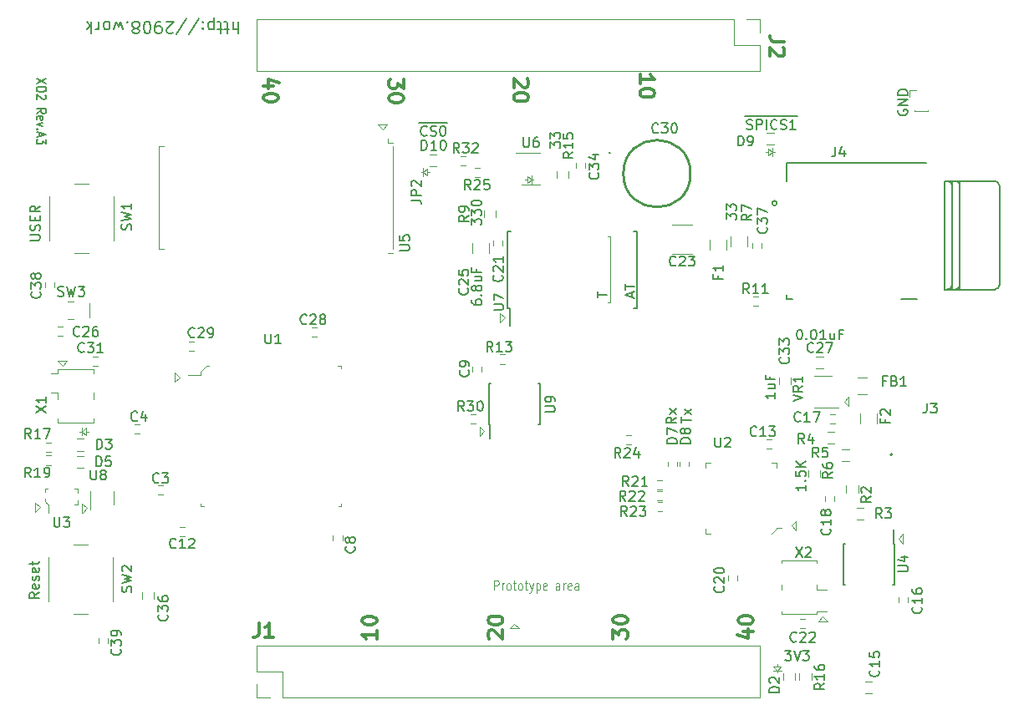
<source format=gto>
G04 #@! TF.GenerationSoftware,KiCad,Pcbnew,(5.1.2)-1*
G04 #@! TF.CreationDate,2020-06-03T11:36:28+09:00*
G04 #@! TF.ProjectId,o2_breakout,6f325f62-7265-4616-9b6f-75742e6b6963,rev?*
G04 #@! TF.SameCoordinates,Original*
G04 #@! TF.FileFunction,Legend,Top*
G04 #@! TF.FilePolarity,Positive*
%FSLAX46Y46*%
G04 Gerber Fmt 4.6, Leading zero omitted, Abs format (unit mm)*
G04 Created by KiCad (PCBNEW (5.1.2)-1) date 2020-06-03 11:36:28*
%MOMM*%
%LPD*%
G04 APERTURE LIST*
%ADD10C,0.150000*%
%ADD11C,0.120000*%
%ADD12C,0.300000*%
%ADD13C,0.100000*%
%ADD14C,0.127000*%
%ADD15C,0.200000*%
%ADD16C,0.254000*%
G04 APERTURE END LIST*
D10*
X123841191Y-59820242D02*
X123841191Y-61020242D01*
X123326905Y-59820242D02*
X123326905Y-60448814D01*
X123384048Y-60563100D01*
X123498334Y-60620242D01*
X123669762Y-60620242D01*
X123784048Y-60563100D01*
X123841191Y-60505957D01*
X122926905Y-60620242D02*
X122469762Y-60620242D01*
X122755477Y-61020242D02*
X122755477Y-59991671D01*
X122698334Y-59877385D01*
X122584048Y-59820242D01*
X122469762Y-59820242D01*
X122241191Y-60620242D02*
X121784048Y-60620242D01*
X122069762Y-61020242D02*
X122069762Y-59991671D01*
X122012620Y-59877385D01*
X121898334Y-59820242D01*
X121784048Y-59820242D01*
X121384048Y-60620242D02*
X121384048Y-59420242D01*
X121384048Y-60563100D02*
X121269762Y-60620242D01*
X121041191Y-60620242D01*
X120926905Y-60563100D01*
X120869762Y-60505957D01*
X120812620Y-60391671D01*
X120812620Y-60048814D01*
X120869762Y-59934528D01*
X120926905Y-59877385D01*
X121041191Y-59820242D01*
X121269762Y-59820242D01*
X121384048Y-59877385D01*
X120298334Y-59934528D02*
X120241191Y-59877385D01*
X120298334Y-59820242D01*
X120355477Y-59877385D01*
X120298334Y-59934528D01*
X120298334Y-59820242D01*
X120298334Y-60563100D02*
X120241191Y-60505957D01*
X120298334Y-60448814D01*
X120355477Y-60505957D01*
X120298334Y-60563100D01*
X120298334Y-60448814D01*
X118869762Y-61077385D02*
X119898334Y-59534528D01*
X117612620Y-61077385D02*
X118641191Y-59534528D01*
X117269762Y-60905957D02*
X117212620Y-60963100D01*
X117098334Y-61020242D01*
X116812620Y-61020242D01*
X116698334Y-60963100D01*
X116641191Y-60905957D01*
X116584048Y-60791671D01*
X116584048Y-60677385D01*
X116641191Y-60505957D01*
X117326905Y-59820242D01*
X116584048Y-59820242D01*
X116012620Y-59820242D02*
X115784048Y-59820242D01*
X115669762Y-59877385D01*
X115612620Y-59934528D01*
X115498334Y-60105957D01*
X115441191Y-60334528D01*
X115441191Y-60791671D01*
X115498334Y-60905957D01*
X115555477Y-60963100D01*
X115669762Y-61020242D01*
X115898334Y-61020242D01*
X116012620Y-60963100D01*
X116069762Y-60905957D01*
X116126905Y-60791671D01*
X116126905Y-60505957D01*
X116069762Y-60391671D01*
X116012620Y-60334528D01*
X115898334Y-60277385D01*
X115669762Y-60277385D01*
X115555477Y-60334528D01*
X115498334Y-60391671D01*
X115441191Y-60505957D01*
X114698334Y-61020242D02*
X114584048Y-61020242D01*
X114469762Y-60963100D01*
X114412620Y-60905957D01*
X114355477Y-60791671D01*
X114298334Y-60563100D01*
X114298334Y-60277385D01*
X114355477Y-60048814D01*
X114412620Y-59934528D01*
X114469762Y-59877385D01*
X114584048Y-59820242D01*
X114698334Y-59820242D01*
X114812620Y-59877385D01*
X114869762Y-59934528D01*
X114926905Y-60048814D01*
X114984048Y-60277385D01*
X114984048Y-60563100D01*
X114926905Y-60791671D01*
X114869762Y-60905957D01*
X114812620Y-60963100D01*
X114698334Y-61020242D01*
X113612620Y-60505957D02*
X113726905Y-60563100D01*
X113784048Y-60620242D01*
X113841191Y-60734528D01*
X113841191Y-60791671D01*
X113784048Y-60905957D01*
X113726905Y-60963100D01*
X113612620Y-61020242D01*
X113384048Y-61020242D01*
X113269762Y-60963100D01*
X113212620Y-60905957D01*
X113155477Y-60791671D01*
X113155477Y-60734528D01*
X113212620Y-60620242D01*
X113269762Y-60563100D01*
X113384048Y-60505957D01*
X113612620Y-60505957D01*
X113726905Y-60448814D01*
X113784048Y-60391671D01*
X113841191Y-60277385D01*
X113841191Y-60048814D01*
X113784048Y-59934528D01*
X113726905Y-59877385D01*
X113612620Y-59820242D01*
X113384048Y-59820242D01*
X113269762Y-59877385D01*
X113212620Y-59934528D01*
X113155477Y-60048814D01*
X113155477Y-60277385D01*
X113212620Y-60391671D01*
X113269762Y-60448814D01*
X113384048Y-60505957D01*
X112641191Y-59934528D02*
X112584048Y-59877385D01*
X112641191Y-59820242D01*
X112698334Y-59877385D01*
X112641191Y-59934528D01*
X112641191Y-59820242D01*
X112184048Y-60620242D02*
X111955477Y-59820242D01*
X111726905Y-60391671D01*
X111498334Y-59820242D01*
X111269762Y-60620242D01*
X110641191Y-59820242D02*
X110755477Y-59877385D01*
X110812620Y-59934528D01*
X110869762Y-60048814D01*
X110869762Y-60391671D01*
X110812620Y-60505957D01*
X110755477Y-60563100D01*
X110641191Y-60620242D01*
X110469762Y-60620242D01*
X110355477Y-60563100D01*
X110298334Y-60505957D01*
X110241191Y-60391671D01*
X110241191Y-60048814D01*
X110298334Y-59934528D01*
X110355477Y-59877385D01*
X110469762Y-59820242D01*
X110641191Y-59820242D01*
X109726905Y-59820242D02*
X109726905Y-60620242D01*
X109726905Y-60391671D02*
X109669762Y-60505957D01*
X109612620Y-60563100D01*
X109498334Y-60620242D01*
X109384048Y-60620242D01*
X108984048Y-59820242D02*
X108984048Y-61020242D01*
X108869762Y-60277385D02*
X108526905Y-59820242D01*
X108526905Y-60620242D02*
X108984048Y-60163100D01*
X142159219Y-70052600D02*
X143159219Y-70052600D01*
X142968742Y-71324742D02*
X142921123Y-71372361D01*
X142778266Y-71419980D01*
X142683028Y-71419980D01*
X142540171Y-71372361D01*
X142444933Y-71277123D01*
X142397314Y-71181885D01*
X142349695Y-70991409D01*
X142349695Y-70848552D01*
X142397314Y-70658076D01*
X142444933Y-70562838D01*
X142540171Y-70467600D01*
X142683028Y-70419980D01*
X142778266Y-70419980D01*
X142921123Y-70467600D01*
X142968742Y-70515219D01*
X143159219Y-70052600D02*
X144111600Y-70052600D01*
X143349695Y-71372361D02*
X143492552Y-71419980D01*
X143730647Y-71419980D01*
X143825885Y-71372361D01*
X143873504Y-71324742D01*
X143921123Y-71229504D01*
X143921123Y-71134266D01*
X143873504Y-71039028D01*
X143825885Y-70991409D01*
X143730647Y-70943790D01*
X143540171Y-70896171D01*
X143444933Y-70848552D01*
X143397314Y-70800933D01*
X143349695Y-70705695D01*
X143349695Y-70610457D01*
X143397314Y-70515219D01*
X143444933Y-70467600D01*
X143540171Y-70419980D01*
X143778266Y-70419980D01*
X143921123Y-70467600D01*
X144111600Y-70052600D02*
X145063980Y-70052600D01*
X144540171Y-70419980D02*
X144635409Y-70419980D01*
X144730647Y-70467600D01*
X144778266Y-70515219D01*
X144825885Y-70610457D01*
X144873504Y-70800933D01*
X144873504Y-71039028D01*
X144825885Y-71229504D01*
X144778266Y-71324742D01*
X144730647Y-71372361D01*
X144635409Y-71419980D01*
X144540171Y-71419980D01*
X144444933Y-71372361D01*
X144397314Y-71324742D01*
X144349695Y-71229504D01*
X144302076Y-71039028D01*
X144302076Y-70800933D01*
X144349695Y-70610457D01*
X144397314Y-70515219D01*
X144444933Y-70467600D01*
X144540171Y-70419980D01*
D11*
X142610840Y-74693780D02*
X142610840Y-75506580D01*
X143017240Y-74744580D02*
X143017240Y-75455780D01*
X142620740Y-75100180D02*
X143017240Y-74744580D01*
X142620740Y-75100180D02*
X142407640Y-75100180D01*
X143271240Y-75100180D02*
X143017240Y-75100180D01*
X143017240Y-75455780D02*
X142620740Y-75100180D01*
X153172160Y-75471020D02*
X153568660Y-75826620D01*
D10*
X175184133Y-69392200D02*
X176136514Y-69392200D01*
X175374609Y-70711961D02*
X175517466Y-70759580D01*
X175755561Y-70759580D01*
X175850800Y-70711961D01*
X175898419Y-70664342D01*
X175946038Y-70569104D01*
X175946038Y-70473866D01*
X175898419Y-70378628D01*
X175850800Y-70331009D01*
X175755561Y-70283390D01*
X175565085Y-70235771D01*
X175469847Y-70188152D01*
X175422228Y-70140533D01*
X175374609Y-70045295D01*
X175374609Y-69950057D01*
X175422228Y-69854819D01*
X175469847Y-69807200D01*
X175565085Y-69759580D01*
X175803180Y-69759580D01*
X175946038Y-69807200D01*
X176136514Y-69392200D02*
X177136514Y-69392200D01*
X176374609Y-70759580D02*
X176374609Y-69759580D01*
X176755561Y-69759580D01*
X176850800Y-69807200D01*
X176898419Y-69854819D01*
X176946038Y-69950057D01*
X176946038Y-70092914D01*
X176898419Y-70188152D01*
X176850800Y-70235771D01*
X176755561Y-70283390D01*
X176374609Y-70283390D01*
X177136514Y-69392200D02*
X177612704Y-69392200D01*
X177374609Y-70759580D02*
X177374609Y-69759580D01*
X177612704Y-69392200D02*
X178612704Y-69392200D01*
X178422228Y-70664342D02*
X178374609Y-70711961D01*
X178231752Y-70759580D01*
X178136514Y-70759580D01*
X177993657Y-70711961D01*
X177898419Y-70616723D01*
X177850800Y-70521485D01*
X177803180Y-70331009D01*
X177803180Y-70188152D01*
X177850800Y-69997676D01*
X177898419Y-69902438D01*
X177993657Y-69807200D01*
X178136514Y-69759580D01*
X178231752Y-69759580D01*
X178374609Y-69807200D01*
X178422228Y-69854819D01*
X178612704Y-69392200D02*
X179565085Y-69392200D01*
X178803180Y-70711961D02*
X178946038Y-70759580D01*
X179184133Y-70759580D01*
X179279371Y-70711961D01*
X179326990Y-70664342D01*
X179374609Y-70569104D01*
X179374609Y-70473866D01*
X179326990Y-70378628D01*
X179279371Y-70331009D01*
X179184133Y-70283390D01*
X178993657Y-70235771D01*
X178898419Y-70188152D01*
X178850800Y-70140533D01*
X178803180Y-70045295D01*
X178803180Y-69950057D01*
X178850800Y-69854819D01*
X178898419Y-69807200D01*
X178993657Y-69759580D01*
X179231752Y-69759580D01*
X179374609Y-69807200D01*
X179565085Y-69392200D02*
X180517466Y-69392200D01*
X180326990Y-70759580D02*
X179755561Y-70759580D01*
X180041276Y-70759580D02*
X180041276Y-69759580D01*
X179946038Y-69902438D01*
X179850800Y-69997676D01*
X179755561Y-70045295D01*
D11*
X178008280Y-73472040D02*
X178008280Y-72659240D01*
X177325020Y-73075800D02*
X177579020Y-73075800D01*
X177978060Y-73073260D02*
X178191160Y-73073260D01*
X177978060Y-73073260D02*
X177581560Y-73428860D01*
X177579020Y-73431400D02*
X177579020Y-72720200D01*
X177581560Y-72717660D02*
X177978060Y-73073260D01*
D10*
X160234380Y-87788714D02*
X160234380Y-87217285D01*
X161234380Y-87503000D02*
X160234380Y-87503000D01*
X163742666Y-87741047D02*
X163742666Y-87264857D01*
X164028380Y-87836285D02*
X163028380Y-87502952D01*
X164028380Y-87169619D01*
X163028380Y-86979142D02*
X163028380Y-86407714D01*
X164028380Y-86693428D02*
X163028380Y-86693428D01*
D11*
X161544000Y-88265000D02*
X161290000Y-88265000D01*
X161544000Y-81635600D02*
X161544000Y-88265000D01*
X161290000Y-81635600D02*
X161544000Y-81635600D01*
X149793933Y-117447580D02*
X149793933Y-116447580D01*
X150098695Y-116447580D01*
X150174885Y-116495200D01*
X150212980Y-116542819D01*
X150251076Y-116638057D01*
X150251076Y-116780914D01*
X150212980Y-116876152D01*
X150174885Y-116923771D01*
X150098695Y-116971390D01*
X149793933Y-116971390D01*
X150593933Y-117447580D02*
X150593933Y-116780914D01*
X150593933Y-116971390D02*
X150632028Y-116876152D01*
X150670123Y-116828533D01*
X150746314Y-116780914D01*
X150822504Y-116780914D01*
X151203457Y-117447580D02*
X151127266Y-117399961D01*
X151089171Y-117352342D01*
X151051076Y-117257104D01*
X151051076Y-116971390D01*
X151089171Y-116876152D01*
X151127266Y-116828533D01*
X151203457Y-116780914D01*
X151317742Y-116780914D01*
X151393933Y-116828533D01*
X151432028Y-116876152D01*
X151470123Y-116971390D01*
X151470123Y-117257104D01*
X151432028Y-117352342D01*
X151393933Y-117399961D01*
X151317742Y-117447580D01*
X151203457Y-117447580D01*
X151698695Y-116780914D02*
X152003457Y-116780914D01*
X151812980Y-116447580D02*
X151812980Y-117304723D01*
X151851076Y-117399961D01*
X151927266Y-117447580D01*
X152003457Y-117447580D01*
X152384409Y-117447580D02*
X152308219Y-117399961D01*
X152270123Y-117352342D01*
X152232028Y-117257104D01*
X152232028Y-116971390D01*
X152270123Y-116876152D01*
X152308219Y-116828533D01*
X152384409Y-116780914D01*
X152498695Y-116780914D01*
X152574885Y-116828533D01*
X152612980Y-116876152D01*
X152651076Y-116971390D01*
X152651076Y-117257104D01*
X152612980Y-117352342D01*
X152574885Y-117399961D01*
X152498695Y-117447580D01*
X152384409Y-117447580D01*
X152879647Y-116780914D02*
X153184409Y-116780914D01*
X152993933Y-116447580D02*
X152993933Y-117304723D01*
X153032028Y-117399961D01*
X153108219Y-117447580D01*
X153184409Y-117447580D01*
X153374885Y-116780914D02*
X153565361Y-117447580D01*
X153755838Y-116780914D02*
X153565361Y-117447580D01*
X153489171Y-117685676D01*
X153451076Y-117733295D01*
X153374885Y-117780914D01*
X154060600Y-116780914D02*
X154060600Y-117780914D01*
X154060600Y-116828533D02*
X154136790Y-116780914D01*
X154289171Y-116780914D01*
X154365361Y-116828533D01*
X154403457Y-116876152D01*
X154441552Y-116971390D01*
X154441552Y-117257104D01*
X154403457Y-117352342D01*
X154365361Y-117399961D01*
X154289171Y-117447580D01*
X154136790Y-117447580D01*
X154060600Y-117399961D01*
X155089171Y-117399961D02*
X155012980Y-117447580D01*
X154860600Y-117447580D01*
X154784409Y-117399961D01*
X154746314Y-117304723D01*
X154746314Y-116923771D01*
X154784409Y-116828533D01*
X154860600Y-116780914D01*
X155012980Y-116780914D01*
X155089171Y-116828533D01*
X155127266Y-116923771D01*
X155127266Y-117019009D01*
X154746314Y-117114247D01*
X156422504Y-117447580D02*
X156422504Y-116923771D01*
X156384409Y-116828533D01*
X156308219Y-116780914D01*
X156155838Y-116780914D01*
X156079647Y-116828533D01*
X156422504Y-117399961D02*
X156346314Y-117447580D01*
X156155838Y-117447580D01*
X156079647Y-117399961D01*
X156041552Y-117304723D01*
X156041552Y-117209485D01*
X156079647Y-117114247D01*
X156155838Y-117066628D01*
X156346314Y-117066628D01*
X156422504Y-117019009D01*
X156803457Y-117447580D02*
X156803457Y-116780914D01*
X156803457Y-116971390D02*
X156841552Y-116876152D01*
X156879647Y-116828533D01*
X156955838Y-116780914D01*
X157032028Y-116780914D01*
X157603457Y-117399961D02*
X157527266Y-117447580D01*
X157374885Y-117447580D01*
X157298695Y-117399961D01*
X157260600Y-117304723D01*
X157260600Y-116923771D01*
X157298695Y-116828533D01*
X157374885Y-116780914D01*
X157527266Y-116780914D01*
X157603457Y-116828533D01*
X157641552Y-116923771D01*
X157641552Y-117019009D01*
X157260600Y-117114247D01*
X158327266Y-117447580D02*
X158327266Y-116923771D01*
X158289171Y-116828533D01*
X158212980Y-116780914D01*
X158060600Y-116780914D01*
X157984409Y-116828533D01*
X158327266Y-117399961D02*
X158251076Y-117447580D01*
X158060600Y-117447580D01*
X157984409Y-117399961D01*
X157946314Y-117304723D01*
X157946314Y-117209485D01*
X157984409Y-117114247D01*
X158060600Y-117066628D01*
X158251076Y-117066628D01*
X158327266Y-117019009D01*
X151361700Y-121333000D02*
X152301500Y-121333000D01*
X151831600Y-120863100D02*
X151361700Y-121333000D01*
X152301500Y-121333000D02*
X151831600Y-120863100D01*
D10*
X168219380Y-99942638D02*
X167743190Y-100275971D01*
X168219380Y-100514066D02*
X167219380Y-100514066D01*
X167219380Y-100133114D01*
X167267000Y-100037876D01*
X167314619Y-99990257D01*
X167409857Y-99942638D01*
X167552714Y-99942638D01*
X167647952Y-99990257D01*
X167695571Y-100037876D01*
X167743190Y-100133114D01*
X167743190Y-100514066D01*
X168219380Y-99609304D02*
X167552714Y-99085495D01*
X167552714Y-99609304D02*
X168219380Y-99085495D01*
X168730680Y-100521600D02*
X168730680Y-99921600D01*
X169730680Y-100221600D02*
X168730680Y-100221600D01*
X169730680Y-99671600D02*
X169064014Y-99121600D01*
X169064014Y-99671600D02*
X169730680Y-99121600D01*
D12*
X164561128Y-66071785D02*
X164561128Y-65214642D01*
X164561128Y-65643214D02*
X166061128Y-65643214D01*
X165846842Y-65500357D01*
X165703985Y-65357500D01*
X165632557Y-65214642D01*
X166061128Y-67000357D02*
X166061128Y-67143214D01*
X165989700Y-67286071D01*
X165918271Y-67357500D01*
X165775414Y-67428928D01*
X165489700Y-67500357D01*
X165132557Y-67500357D01*
X164846842Y-67428928D01*
X164703985Y-67357500D01*
X164632557Y-67286071D01*
X164561128Y-67143214D01*
X164561128Y-67000357D01*
X164632557Y-66857500D01*
X164703985Y-66786071D01*
X164846842Y-66714642D01*
X165132557Y-66643214D01*
X165489700Y-66643214D01*
X165775414Y-66714642D01*
X165918271Y-66786071D01*
X165989700Y-66857500D01*
X166061128Y-67000357D01*
D10*
X179241604Y-123587260D02*
X179860652Y-123587260D01*
X179527319Y-123968213D01*
X179670176Y-123968213D01*
X179765414Y-124015832D01*
X179813033Y-124063451D01*
X179860652Y-124158689D01*
X179860652Y-124396784D01*
X179813033Y-124492022D01*
X179765414Y-124539641D01*
X179670176Y-124587260D01*
X179384461Y-124587260D01*
X179289223Y-124539641D01*
X179241604Y-124492022D01*
X180146366Y-123587260D02*
X180479700Y-124587260D01*
X180813033Y-123587260D01*
X181051128Y-123587260D02*
X181670176Y-123587260D01*
X181336842Y-123968213D01*
X181479700Y-123968213D01*
X181574938Y-124015832D01*
X181622557Y-124063451D01*
X181670176Y-124158689D01*
X181670176Y-124396784D01*
X181622557Y-124492022D01*
X181574938Y-124539641D01*
X181479700Y-124587260D01*
X181193985Y-124587260D01*
X181098747Y-124539641D01*
X181051128Y-124492022D01*
D11*
X153578560Y-76233020D02*
X153578560Y-75420220D01*
X152918160Y-75826620D02*
X153172160Y-75826620D01*
X153568660Y-75826620D02*
X153781760Y-75826620D01*
X153568660Y-75826620D02*
X153172160Y-76182220D01*
X153172160Y-76182220D02*
X153172160Y-75471020D01*
X108549440Y-109131100D02*
X108087160Y-109593380D01*
X108033560Y-101389180D02*
X108430060Y-101033580D01*
X108430060Y-101033580D02*
X108430060Y-101744780D01*
X108430060Y-101744780D02*
X108033560Y-101389180D01*
X108023660Y-100982780D02*
X108023660Y-101795580D01*
X108684060Y-101389180D02*
X108430060Y-101389180D01*
X108033560Y-101389180D02*
X107820460Y-101389180D01*
X178805840Y-125206760D02*
X178450240Y-125603260D01*
X178092100Y-125204220D02*
X178803300Y-125204220D01*
X178450240Y-125603260D02*
X178094640Y-125206760D01*
X178450240Y-125603260D02*
X178450240Y-125816360D01*
X178447700Y-124950220D02*
X178447700Y-125204220D01*
X178051460Y-125633480D02*
X178864260Y-125633480D01*
X183558740Y-120604020D02*
X183088840Y-120134120D01*
X182618940Y-120604020D02*
X183558740Y-120604020D01*
X183088840Y-120134120D02*
X182618940Y-120604020D01*
X105579620Y-94259660D02*
X106049520Y-94729560D01*
X106049520Y-94729560D02*
X106519420Y-94259660D01*
X106519420Y-94259660D02*
X105579620Y-94259660D01*
X103294440Y-109515200D02*
X103764340Y-109045300D01*
X103764340Y-109045300D02*
X103294440Y-108575400D01*
X103294440Y-108575400D02*
X103294440Y-109515200D01*
X108547160Y-109136740D02*
X108077260Y-108666840D01*
X108077260Y-108666840D02*
X108077260Y-109606640D01*
X148323560Y-101839320D02*
X148793460Y-101369420D01*
X148793460Y-101369420D02*
X148323560Y-100899520D01*
X148323560Y-100899520D02*
X148323560Y-101839320D01*
X191208100Y-111772960D02*
X190738200Y-112242860D01*
X190743540Y-112251040D02*
X191213440Y-112720940D01*
X191208100Y-112712760D02*
X191208100Y-111772960D01*
X180349900Y-110436100D02*
X179880000Y-110906000D01*
X179880000Y-110906000D02*
X180349900Y-111375900D01*
X180349900Y-111375900D02*
X180349900Y-110436100D01*
X185683900Y-97863100D02*
X185214000Y-98333000D01*
X185214000Y-98333000D02*
X185683900Y-98802900D01*
X185683900Y-98802900D02*
X185683900Y-97863100D01*
X150396200Y-90300100D02*
X150866100Y-89830200D01*
X150866100Y-89830200D02*
X150396200Y-89360300D01*
X150396200Y-89360300D02*
X150396200Y-90300100D01*
D12*
X125966600Y-120768371D02*
X125966600Y-121839800D01*
X125895171Y-122054085D01*
X125752314Y-122196942D01*
X125538028Y-122268371D01*
X125395171Y-122268371D01*
X127466600Y-122268371D02*
X126609457Y-122268371D01*
X127038028Y-122268371D02*
X127038028Y-120768371D01*
X126895171Y-120982657D01*
X126752314Y-121125514D01*
X126609457Y-121196942D01*
X161814771Y-122397685D02*
X161814771Y-121469114D01*
X162386200Y-121969114D01*
X162386200Y-121754828D01*
X162457628Y-121611971D01*
X162529057Y-121540542D01*
X162671914Y-121469114D01*
X163029057Y-121469114D01*
X163171914Y-121540542D01*
X163243342Y-121611971D01*
X163314771Y-121754828D01*
X163314771Y-122183400D01*
X163243342Y-122326257D01*
X163171914Y-122397685D01*
X161814771Y-120540542D02*
X161814771Y-120397685D01*
X161886200Y-120254828D01*
X161957628Y-120183400D01*
X162100485Y-120111971D01*
X162386200Y-120040542D01*
X162743342Y-120040542D01*
X163029057Y-120111971D01*
X163171914Y-120183400D01*
X163243342Y-120254828D01*
X163314771Y-120397685D01*
X163314771Y-120540542D01*
X163243342Y-120683400D01*
X163171914Y-120754828D01*
X163029057Y-120826257D01*
X162743342Y-120897685D01*
X162386200Y-120897685D01*
X162100485Y-120826257D01*
X161957628Y-120754828D01*
X161886200Y-120683400D01*
X161814771Y-120540542D01*
X137889371Y-121545314D02*
X137889371Y-122402457D01*
X137889371Y-121973885D02*
X136389371Y-121973885D01*
X136603657Y-122116742D01*
X136746514Y-122259600D01*
X136817942Y-122402457D01*
X136389371Y-120616742D02*
X136389371Y-120473885D01*
X136460800Y-120331028D01*
X136532228Y-120259600D01*
X136675085Y-120188171D01*
X136960800Y-120116742D01*
X137317942Y-120116742D01*
X137603657Y-120188171D01*
X137746514Y-120259600D01*
X137817942Y-120331028D01*
X137889371Y-120473885D01*
X137889371Y-120616742D01*
X137817942Y-120759600D01*
X137746514Y-120831028D01*
X137603657Y-120902457D01*
X137317942Y-120973885D01*
X136960800Y-120973885D01*
X136675085Y-120902457D01*
X136532228Y-120831028D01*
X136460800Y-120759600D01*
X136389371Y-120616742D01*
X149308428Y-122377057D02*
X149237000Y-122305628D01*
X149165571Y-122162771D01*
X149165571Y-121805628D01*
X149237000Y-121662771D01*
X149308428Y-121591342D01*
X149451285Y-121519914D01*
X149594142Y-121519914D01*
X149808428Y-121591342D01*
X150665571Y-122448485D01*
X150665571Y-121519914D01*
X149165571Y-120591342D02*
X149165571Y-120448485D01*
X149237000Y-120305628D01*
X149308428Y-120234200D01*
X149451285Y-120162771D01*
X149737000Y-120091342D01*
X150094142Y-120091342D01*
X150379857Y-120162771D01*
X150522714Y-120234200D01*
X150594142Y-120305628D01*
X150665571Y-120448485D01*
X150665571Y-120591342D01*
X150594142Y-120734200D01*
X150522714Y-120805628D01*
X150379857Y-120877057D01*
X150094142Y-120948485D01*
X149737000Y-120948485D01*
X149451285Y-120877057D01*
X149308428Y-120805628D01*
X149237000Y-120734200D01*
X149165571Y-120591342D01*
X175014771Y-121637371D02*
X176014771Y-121637371D01*
X174443342Y-121994514D02*
X175514771Y-122351657D01*
X175514771Y-121423085D01*
X174514771Y-120565942D02*
X174514771Y-120423085D01*
X174586200Y-120280228D01*
X174657628Y-120208800D01*
X174800485Y-120137371D01*
X175086200Y-120065942D01*
X175443342Y-120065942D01*
X175729057Y-120137371D01*
X175871914Y-120208800D01*
X175943342Y-120280228D01*
X176014771Y-120423085D01*
X176014771Y-120565942D01*
X175943342Y-120708800D01*
X175871914Y-120780228D01*
X175729057Y-120851657D01*
X175443342Y-120923085D01*
X175086200Y-120923085D01*
X174800485Y-120851657D01*
X174657628Y-120780228D01*
X174586200Y-120708800D01*
X174514771Y-120565942D01*
X127448428Y-66398828D02*
X126448428Y-66398828D01*
X128019857Y-66041685D02*
X126948428Y-65684542D01*
X126948428Y-66613114D01*
X127948428Y-67470257D02*
X127948428Y-67613114D01*
X127877000Y-67755971D01*
X127805571Y-67827400D01*
X127662714Y-67898828D01*
X127377000Y-67970257D01*
X127019857Y-67970257D01*
X126734142Y-67898828D01*
X126591285Y-67827400D01*
X126519857Y-67755971D01*
X126448428Y-67613114D01*
X126448428Y-67470257D01*
X126519857Y-67327400D01*
X126591285Y-67255971D01*
X126734142Y-67184542D01*
X127019857Y-67113114D01*
X127377000Y-67113114D01*
X127662714Y-67184542D01*
X127805571Y-67255971D01*
X127877000Y-67327400D01*
X127948428Y-67470257D01*
X140623028Y-65663914D02*
X140623028Y-66592485D01*
X140051600Y-66092485D01*
X140051600Y-66306771D01*
X139980171Y-66449628D01*
X139908742Y-66521057D01*
X139765885Y-66592485D01*
X139408742Y-66592485D01*
X139265885Y-66521057D01*
X139194457Y-66449628D01*
X139123028Y-66306771D01*
X139123028Y-65878200D01*
X139194457Y-65735342D01*
X139265885Y-65663914D01*
X140623028Y-67521057D02*
X140623028Y-67663914D01*
X140551600Y-67806771D01*
X140480171Y-67878200D01*
X140337314Y-67949628D01*
X140051600Y-68021057D01*
X139694457Y-68021057D01*
X139408742Y-67949628D01*
X139265885Y-67878200D01*
X139194457Y-67806771D01*
X139123028Y-67663914D01*
X139123028Y-67521057D01*
X139194457Y-67378200D01*
X139265885Y-67306771D01*
X139408742Y-67235342D01*
X139694457Y-67163914D01*
X140051600Y-67163914D01*
X140337314Y-67235342D01*
X140480171Y-67306771D01*
X140551600Y-67378200D01*
X140623028Y-67521057D01*
X179192928Y-61857000D02*
X178121500Y-61857000D01*
X177907214Y-61785571D01*
X177764357Y-61642714D01*
X177692928Y-61428428D01*
X177692928Y-61285571D01*
X179050071Y-62499857D02*
X179121500Y-62571285D01*
X179192928Y-62714142D01*
X179192928Y-63071285D01*
X179121500Y-63214142D01*
X179050071Y-63285571D01*
X178907214Y-63357000D01*
X178764357Y-63357000D01*
X178550071Y-63285571D01*
X177692928Y-62428428D01*
X177692928Y-63357000D01*
X153129371Y-65633742D02*
X153200800Y-65705171D01*
X153272228Y-65848028D01*
X153272228Y-66205171D01*
X153200800Y-66348028D01*
X153129371Y-66419457D01*
X152986514Y-66490885D01*
X152843657Y-66490885D01*
X152629371Y-66419457D01*
X151772228Y-65562314D01*
X151772228Y-66490885D01*
X153272228Y-67419457D02*
X153272228Y-67562314D01*
X153200800Y-67705171D01*
X153129371Y-67776600D01*
X152986514Y-67848028D01*
X152700800Y-67919457D01*
X152343657Y-67919457D01*
X152057942Y-67848028D01*
X151915085Y-67776600D01*
X151843657Y-67705171D01*
X151772228Y-67562314D01*
X151772228Y-67419457D01*
X151843657Y-67276600D01*
X151915085Y-67205171D01*
X152057942Y-67133742D01*
X152343657Y-67062314D01*
X152700800Y-67062314D01*
X152986514Y-67133742D01*
X153129371Y-67205171D01*
X153200800Y-67276600D01*
X153272228Y-67419457D01*
D10*
X104423459Y-65617506D02*
X103423459Y-66150840D01*
X104423459Y-66150840D02*
X103423459Y-65617506D01*
X104423459Y-66607982D02*
X104423459Y-66760363D01*
X104375840Y-66836554D01*
X104280601Y-66912744D01*
X104090125Y-66950840D01*
X103756792Y-66950840D01*
X103566316Y-66912744D01*
X103471078Y-66836554D01*
X103423459Y-66760363D01*
X103423459Y-66607982D01*
X103471078Y-66531792D01*
X103566316Y-66455601D01*
X103756792Y-66417506D01*
X104090125Y-66417506D01*
X104280601Y-66455601D01*
X104375840Y-66531792D01*
X104423459Y-66607982D01*
X104328220Y-67255601D02*
X104375840Y-67293697D01*
X104423459Y-67369887D01*
X104423459Y-67560363D01*
X104375840Y-67636554D01*
X104328220Y-67674649D01*
X104232982Y-67712744D01*
X104137744Y-67712744D01*
X103994887Y-67674649D01*
X103423459Y-67217506D01*
X103423459Y-67712744D01*
X103423459Y-69122268D02*
X103899649Y-68855601D01*
X103423459Y-68665125D02*
X104423459Y-68665125D01*
X104423459Y-68969887D01*
X104375840Y-69046078D01*
X104328220Y-69084173D01*
X104232982Y-69122268D01*
X104090125Y-69122268D01*
X103994887Y-69084173D01*
X103947268Y-69046078D01*
X103899649Y-68969887D01*
X103899649Y-68665125D01*
X103471078Y-69769887D02*
X103423459Y-69693697D01*
X103423459Y-69541316D01*
X103471078Y-69465125D01*
X103566316Y-69427030D01*
X103947268Y-69427030D01*
X104042506Y-69465125D01*
X104090125Y-69541316D01*
X104090125Y-69693697D01*
X104042506Y-69769887D01*
X103947268Y-69807982D01*
X103852030Y-69807982D01*
X103756792Y-69427030D01*
X104090125Y-70074649D02*
X103423459Y-70265125D01*
X104090125Y-70455601D01*
X103518697Y-70760363D02*
X103471078Y-70798459D01*
X103423459Y-70760363D01*
X103471078Y-70722268D01*
X103518697Y-70760363D01*
X103423459Y-70760363D01*
X103709173Y-71103220D02*
X103709173Y-71484173D01*
X103423459Y-71027030D02*
X104423459Y-71293697D01*
X103423459Y-71560363D01*
X104423459Y-71750840D02*
X104423459Y-72246078D01*
X104042506Y-71979411D01*
X104042506Y-72093697D01*
X103994887Y-72169887D01*
X103947268Y-72207982D01*
X103852030Y-72246078D01*
X103613935Y-72246078D01*
X103518697Y-72207982D01*
X103471078Y-72169887D01*
X103423459Y-72093697D01*
X103423459Y-71865125D01*
X103471078Y-71788935D01*
X103518697Y-71750840D01*
D11*
X117459200Y-95430600D02*
X117459200Y-96370400D01*
X117929100Y-95900500D02*
X117459200Y-95430600D01*
X117459200Y-96370400D02*
X117929100Y-95900500D01*
X138477700Y-70729100D02*
X138947600Y-70259200D01*
X138007800Y-70259200D02*
X138477700Y-70729100D01*
X138947600Y-70259200D02*
X138007800Y-70259200D01*
X116264500Y-106857700D02*
X115764500Y-106857700D01*
X115764500Y-107797700D02*
X116264500Y-107797700D01*
D13*
X108825300Y-89809860D02*
X108825300Y-88409860D01*
X106925300Y-88209860D02*
X107225300Y-88209860D01*
X106925300Y-88209860D02*
X106625300Y-88209860D01*
X106925300Y-90009860D02*
X107225300Y-90009860D01*
X106925300Y-90009860D02*
X106625300Y-90009860D01*
D11*
X105556240Y-91661080D02*
X106056240Y-91661080D01*
X106056240Y-90721080D02*
X105556240Y-90721080D01*
X154404900Y-73142200D02*
X151954900Y-73142200D01*
X152604900Y-76362200D02*
X154404900Y-76362200D01*
X146909600Y-73482100D02*
X146409600Y-73482100D01*
X146409600Y-74422100D02*
X146909600Y-74422100D01*
X143274300Y-73263200D02*
X143974300Y-73263200D01*
X143974300Y-74463200D02*
X143274300Y-74463200D01*
X178099200Y-72329600D02*
X177399200Y-72329600D01*
X177399200Y-71129600D02*
X178099200Y-71129600D01*
D14*
X195676500Y-75986000D02*
X196176500Y-75986000D01*
X196176500Y-75986000D02*
X196176500Y-76486000D01*
X196176500Y-76486000D02*
X196176500Y-86486000D01*
X196176500Y-86486000D02*
X196176500Y-86986000D01*
X196176500Y-86986000D02*
X195676500Y-86986000D01*
X196476500Y-75986000D02*
X196976500Y-75986000D01*
X196976500Y-75986000D02*
X196976500Y-76486000D01*
X196976500Y-76486000D02*
X196976500Y-86486000D01*
X196976500Y-86486000D02*
X196976500Y-86986000D01*
X196976500Y-86986000D02*
X196476500Y-86986000D01*
X195376500Y-86986000D02*
X195376500Y-75986000D01*
X200976500Y-76486000D02*
X200976500Y-86486000D01*
X195376500Y-75986000D02*
X195676500Y-75986000D01*
X196176500Y-75986000D02*
X196476500Y-75986000D01*
X196976500Y-75986000D02*
X200476500Y-75986000D01*
X195376500Y-86986000D02*
X195676500Y-86986000D01*
X196176500Y-86986000D02*
X196476500Y-86986000D01*
X196976500Y-86986000D02*
X200476500Y-86986000D01*
X179426500Y-87536000D02*
X179426500Y-87986000D01*
X179426500Y-87986000D02*
X179976500Y-87986000D01*
X179426500Y-75986000D02*
X179426500Y-74136000D01*
X179426500Y-74136000D02*
X193576500Y-74136000D01*
D15*
X178426500Y-78236000D02*
G75*
G03X178426500Y-78236000I-250000J0D01*
G01*
D14*
X192576500Y-87986000D02*
X190976500Y-87986000D01*
X200476500Y-86986000D02*
G75*
G03X200976500Y-86486000I0J500000D01*
G01*
X196476500Y-86986000D02*
G75*
G03X196976500Y-86486000I0J500000D01*
G01*
X195676500Y-86986000D02*
G75*
G03X196176500Y-86486000I0J500000D01*
G01*
X200476500Y-75986000D02*
G75*
G02X200976500Y-76486000I0J-500000D01*
G01*
X196476500Y-75986000D02*
G75*
G02X196976500Y-76486000I0J-500000D01*
G01*
X195676500Y-75986000D02*
G75*
G02X196176500Y-76486000I0J-500000D01*
G01*
D11*
X169828720Y-80412140D02*
X167828720Y-80412140D01*
X167828720Y-83372140D02*
X169828720Y-83372140D01*
X191862400Y-66802800D02*
X192557400Y-66802800D01*
X191862400Y-67487800D02*
X191862400Y-66802800D01*
X193673676Y-68934800D02*
X193760400Y-68934800D01*
X192370400Y-68934800D02*
X192457124Y-68934800D01*
X193760400Y-68934800D02*
X193760400Y-68809800D01*
X192370400Y-68934800D02*
X192370400Y-68809800D01*
X192370400Y-68934800D02*
X193760400Y-68934800D01*
X109699400Y-122299000D02*
X109699400Y-122799000D01*
X110639400Y-122799000D02*
X110639400Y-122299000D01*
X173754680Y-81595340D02*
X173754680Y-82595340D01*
X175454680Y-82595340D02*
X175454680Y-81595340D01*
X147445920Y-100548540D02*
X147945920Y-100548540D01*
X147945920Y-99608540D02*
X147445920Y-99608540D01*
D10*
X151380500Y-88853500D02*
X151380500Y-90653500D01*
X164280500Y-88853500D02*
X164280500Y-81103500D01*
X151130500Y-88853500D02*
X151130500Y-81103500D01*
X164280500Y-88853500D02*
X163945500Y-88853500D01*
X164280500Y-81103500D02*
X163945500Y-81103500D01*
X151130500Y-81103500D02*
X151465500Y-81103500D01*
X151130500Y-88853500D02*
X151380500Y-88853500D01*
D15*
X190098220Y-103713440D02*
G75*
G03X190098220Y-103713440I-100000J0D01*
G01*
D11*
X169494300Y-104923400D02*
X169494300Y-104423400D01*
X168554300Y-104423400D02*
X168554300Y-104923400D01*
X168351300Y-104923400D02*
X168351300Y-104423400D01*
X167411300Y-104423400D02*
X167411300Y-104923400D01*
X108664000Y-112884000D02*
X107164000Y-112884000D01*
X104664000Y-114134000D02*
X104664000Y-118634000D01*
X107164000Y-119884000D02*
X108664000Y-119884000D01*
X111164000Y-118634000D02*
X111164000Y-114134000D01*
X107236000Y-83305600D02*
X108736000Y-83305600D01*
X111236000Y-82055600D02*
X111236000Y-77555600D01*
X108736000Y-76305600D02*
X107236000Y-76305600D01*
X104736000Y-77555600D02*
X104736000Y-82055600D01*
X104327300Y-86252500D02*
X104327300Y-86752500D01*
X105267300Y-86752500D02*
X105267300Y-86252500D01*
D10*
X149333980Y-100660020D02*
X149333980Y-102060020D01*
X154433980Y-100660020D02*
X154433980Y-96510020D01*
X149283980Y-100660020D02*
X149283980Y-96510020D01*
X154433980Y-100660020D02*
X154288980Y-100660020D01*
X154433980Y-96510020D02*
X154288980Y-96510020D01*
X149283980Y-96510020D02*
X149428980Y-96510020D01*
X149283980Y-100660020D02*
X149333980Y-100660020D01*
D11*
X115815000Y-77676000D02*
X115815000Y-82866000D01*
X115815000Y-82866000D02*
X116315000Y-82866000D01*
X115815000Y-77676000D02*
X115815000Y-72486000D01*
X115815000Y-72486000D02*
X116315000Y-72486000D01*
X139525000Y-77676000D02*
X139525000Y-82866000D01*
X139525000Y-83266000D02*
X139025000Y-83266000D01*
X139525000Y-77676000D02*
X139525000Y-72486000D01*
X139525000Y-72086000D02*
X139025000Y-72086000D01*
X139025000Y-72086000D02*
X139025000Y-71726000D01*
X182413160Y-93819420D02*
X183113160Y-93819420D01*
X183113160Y-95019420D02*
X182413160Y-95019420D01*
X181576420Y-105998760D02*
X181576420Y-105298760D01*
X182776420Y-105298760D02*
X182776420Y-105998760D01*
X185031900Y-103171700D02*
X185731900Y-103171700D01*
X185731900Y-104371700D02*
X185031900Y-104371700D01*
X183548540Y-101426720D02*
X184248540Y-101426720D01*
X184248540Y-102626720D02*
X183548540Y-102626720D01*
X111243600Y-108807480D02*
X111243600Y-107407480D01*
X108923600Y-107407480D02*
X108923600Y-109307480D01*
X186572780Y-97573200D02*
X187572780Y-97573200D01*
X187572780Y-95873200D02*
X186572780Y-95873200D01*
X182485440Y-117432580D02*
X183485440Y-117432580D01*
X182485440Y-116892580D02*
X182485440Y-117432580D01*
X178885440Y-119862580D02*
X178885440Y-119592580D01*
X182485440Y-119862580D02*
X178885440Y-119862580D01*
X182485440Y-119592580D02*
X182485440Y-119862580D01*
X183485440Y-119592580D02*
X182485440Y-119592580D01*
X178885440Y-117432580D02*
X178885440Y-116892580D01*
X182485440Y-114462580D02*
X182485440Y-114732580D01*
X178885440Y-114462580D02*
X182485440Y-114462580D01*
X178885440Y-114732580D02*
X178885440Y-114462580D01*
D13*
X178390000Y-111170000D02*
X178890000Y-111170000D01*
X178390000Y-111270000D02*
X178390000Y-111170000D01*
X177890000Y-111770000D02*
X178390000Y-111270000D01*
X171190000Y-111770000D02*
X171190000Y-111270000D01*
X171690000Y-111770000D02*
X171190000Y-111770000D01*
X171190000Y-104570000D02*
X171690000Y-104570000D01*
X171190000Y-105070000D02*
X171190000Y-104570000D01*
X178390000Y-104570000D02*
X177890000Y-104570000D01*
X178390000Y-105070000D02*
X178390000Y-104570000D01*
D10*
X190269100Y-112733000D02*
X190269100Y-111333000D01*
X185169100Y-112733000D02*
X185169100Y-116883000D01*
X190319100Y-112733000D02*
X190319100Y-116883000D01*
X185169100Y-112733000D02*
X185314100Y-112733000D01*
X185169100Y-116883000D02*
X185314100Y-116883000D01*
X190319100Y-116883000D02*
X190174100Y-116883000D01*
X190319100Y-112733000D02*
X190269100Y-112733000D01*
D11*
X147567280Y-82263360D02*
X147567280Y-83263360D01*
X149267280Y-83263360D02*
X149267280Y-82263360D01*
X148726600Y-79674200D02*
X148726600Y-78974200D01*
X149926600Y-78974200D02*
X149926600Y-79674200D01*
X149669400Y-82024500D02*
X149669400Y-82524500D01*
X150609400Y-82524500D02*
X150609400Y-82024500D01*
X148306600Y-74663200D02*
X147806600Y-74663200D01*
X147806600Y-75603200D02*
X148306600Y-75603200D01*
X158064100Y-74121200D02*
X158064100Y-74621200D01*
X159004100Y-74621200D02*
X159004100Y-74121200D01*
X176000600Y-88658800D02*
X176500600Y-88658800D01*
X176500600Y-87718800D02*
X176000600Y-87718800D01*
X187197480Y-110297520D02*
X186497480Y-110297520D01*
X186497480Y-109097520D02*
X187197480Y-109097520D01*
D13*
X104306100Y-108163100D02*
X104306100Y-108438100D01*
X104306100Y-108438100D02*
X104581100Y-108813100D01*
X104581100Y-108813100D02*
X104631100Y-108813100D01*
X104631100Y-108813100D02*
X104631100Y-109588100D01*
X107606100Y-108338100D02*
X107606100Y-108813100D01*
X107606100Y-108813100D02*
X107256100Y-108813100D01*
X107381100Y-107163100D02*
X107256100Y-107163100D01*
X107306100Y-107163100D02*
X107606100Y-107163100D01*
X107606100Y-107163100D02*
X107606100Y-107613100D01*
X104306100Y-107538100D02*
X104306100Y-107163100D01*
X104306100Y-107163100D02*
X104606100Y-107163100D01*
D11*
X105591200Y-97394600D02*
X104891200Y-97394600D01*
X105591200Y-98134600D02*
X105591200Y-97394600D01*
X109191200Y-95064600D02*
X109191200Y-95454600D01*
X105591200Y-95064600D02*
X109191200Y-95064600D01*
X105591200Y-95454600D02*
X105591200Y-95064600D01*
X104891200Y-95454600D02*
X105591200Y-95454600D01*
X109191200Y-97394600D02*
X109191200Y-98134600D01*
X105591200Y-100464600D02*
X105591200Y-100074600D01*
X109191200Y-100464600D02*
X105591200Y-100464600D01*
X109191200Y-100074600D02*
X109191200Y-100464600D01*
X150384700Y-94518580D02*
X150884700Y-94518580D01*
X150884700Y-93578580D02*
X150384700Y-93578580D01*
X179865580Y-95895680D02*
X179865580Y-96595680D01*
X178665580Y-96595680D02*
X178665580Y-95895680D01*
X163673600Y-101739600D02*
X163173600Y-101739600D01*
X163173600Y-102679600D02*
X163673600Y-102679600D01*
X166835900Y-108521400D02*
X166335900Y-108521400D01*
X166335900Y-109461400D02*
X166835900Y-109461400D01*
X166823200Y-107403800D02*
X166323200Y-107403800D01*
X166323200Y-108343800D02*
X166823200Y-108343800D01*
X166823200Y-106286200D02*
X166323200Y-106286200D01*
X166323200Y-107226200D02*
X166823200Y-107226200D01*
X104900540Y-103827480D02*
X104400540Y-103827480D01*
X104400540Y-104767480D02*
X104900540Y-104767480D01*
X104887840Y-102542240D02*
X104387840Y-102542240D01*
X104387840Y-103482240D02*
X104887840Y-103482240D01*
X157302760Y-74988240D02*
X157302760Y-75688240D01*
X156102760Y-75688240D02*
X156102760Y-74988240D01*
X171651560Y-81968720D02*
X171651560Y-82968720D01*
X173351560Y-82968720D02*
X173351560Y-81968720D01*
X180775800Y-121348600D02*
X181275800Y-121348600D01*
X181275800Y-120408600D02*
X180775800Y-120408600D01*
X187353460Y-126745440D02*
X188053460Y-126745440D01*
X188053460Y-127945440D02*
X187353460Y-127945440D01*
X186856000Y-99576000D02*
X186856000Y-100576000D01*
X188556000Y-100576000D02*
X188556000Y-99576000D01*
X175971100Y-82312700D02*
X175971100Y-82812700D01*
X176911100Y-82812700D02*
X176911100Y-82312700D01*
X115306400Y-117683800D02*
X115306400Y-118383800D01*
X114106400Y-118383800D02*
X114106400Y-117683800D01*
X131839780Y-90835380D02*
X131339780Y-90835380D01*
X131339780Y-91775380D02*
X131839780Y-91775380D01*
D16*
X169676020Y-75239880D02*
G75*
G03X169676020Y-75239880I-3400000J0D01*
G01*
X161483355Y-73147545D02*
G75*
G03X161483355Y-73147545I-58665J0D01*
G01*
D11*
X107488240Y-103847340D02*
X108188240Y-103847340D01*
X108188240Y-105047340D02*
X107488240Y-105047340D01*
X107500240Y-102120140D02*
X108200240Y-102120140D01*
X108200240Y-103320140D02*
X107500240Y-103320140D01*
X180717900Y-126570220D02*
X180717900Y-125870220D01*
X181917900Y-125870220D02*
X181917900Y-126570220D01*
X179092300Y-126570220D02*
X179092300Y-125870220D01*
X180292300Y-125870220D02*
X180292300Y-126570220D01*
X109637640Y-93786860D02*
X109137640Y-93786860D01*
X109137640Y-94726860D02*
X109637640Y-94726860D01*
X119376000Y-92240000D02*
X118876000Y-92240000D01*
X118876000Y-93180000D02*
X119376000Y-93180000D01*
X184236460Y-108431140D02*
X184236460Y-107931140D01*
X183296460Y-107931140D02*
X183296460Y-108431140D01*
X186655000Y-106853240D02*
X186655000Y-107553240D01*
X185455000Y-107553240D02*
X185455000Y-106853240D01*
X173466100Y-115995900D02*
X173466100Y-116495900D01*
X174406100Y-116495900D02*
X174406100Y-115995900D01*
X183790780Y-100540920D02*
X184290780Y-100540920D01*
X184290780Y-99600920D02*
X183790780Y-99600920D01*
X191665960Y-118687660D02*
X191665960Y-118187660D01*
X190725960Y-118187660D02*
X190725960Y-118687660D01*
X177846800Y-102184100D02*
X177346800Y-102184100D01*
X177346800Y-103124100D02*
X177846800Y-103124100D01*
X118436200Y-111048700D02*
X117936200Y-111048700D01*
X117936200Y-111988700D02*
X118436200Y-111988700D01*
X148501200Y-95289180D02*
X148501200Y-94789180D01*
X147561200Y-94789180D02*
X147561200Y-95289180D01*
X133476900Y-111916400D02*
X133476900Y-112416400D01*
X134416900Y-112416400D02*
X134416900Y-111916400D01*
X113856580Y-100622000D02*
X113356580Y-100622000D01*
X113356580Y-101562000D02*
X113856580Y-101562000D01*
X182183200Y-98930100D02*
X184633200Y-98930100D01*
X183983200Y-95710100D02*
X182183200Y-95710100D01*
D13*
X120637000Y-94760000D02*
X120937000Y-94760000D01*
X120637000Y-94760000D02*
X120062000Y-95335000D01*
X120062000Y-95335000D02*
X120062000Y-95660000D01*
X120062000Y-95660000D02*
X118787000Y-95660000D01*
X120062000Y-108960000D02*
X120062000Y-108660000D01*
X120062000Y-108960000D02*
X120412000Y-108960000D01*
X134262000Y-108960000D02*
X134012000Y-108960000D01*
X134262000Y-108960000D02*
X134262000Y-108660000D01*
X134262000Y-94760000D02*
X134262000Y-95010000D01*
X134262000Y-94760000D02*
X133962000Y-94760000D01*
D11*
X176666200Y-59630000D02*
X176666200Y-60960000D01*
X175336200Y-59630000D02*
X176666200Y-59630000D01*
X176666200Y-62230000D02*
X176666200Y-64830000D01*
X174066200Y-62230000D02*
X176666200Y-62230000D01*
X174066200Y-59630000D02*
X174066200Y-62230000D01*
X176666200Y-64830000D02*
X125746200Y-64830000D01*
X174066200Y-59630000D02*
X125746200Y-59630000D01*
X125746200Y-59630000D02*
X125746200Y-64830000D01*
X176666200Y-128330000D02*
X176666200Y-123130000D01*
X128346200Y-128330000D02*
X176666200Y-128330000D01*
X125746200Y-123130000D02*
X176666200Y-123130000D01*
X128346200Y-128330000D02*
X128346200Y-125730000D01*
X128346200Y-125730000D02*
X125746200Y-125730000D01*
X125746200Y-125730000D02*
X125746200Y-123130000D01*
X127076200Y-128330000D02*
X125746200Y-128330000D01*
X125746200Y-128330000D02*
X125746200Y-127000000D01*
D10*
X115817353Y-106498662D02*
X115769734Y-106546281D01*
X115626877Y-106593900D01*
X115531639Y-106593900D01*
X115388781Y-106546281D01*
X115293543Y-106451043D01*
X115245924Y-106355805D01*
X115198305Y-106165329D01*
X115198305Y-106022472D01*
X115245924Y-105831996D01*
X115293543Y-105736758D01*
X115388781Y-105641520D01*
X115531639Y-105593900D01*
X115626877Y-105593900D01*
X115769734Y-105641520D01*
X115817353Y-105689139D01*
X116150686Y-105593900D02*
X116769734Y-105593900D01*
X116436400Y-105974853D01*
X116579258Y-105974853D01*
X116674496Y-106022472D01*
X116722115Y-106070091D01*
X116769734Y-106165329D01*
X116769734Y-106403424D01*
X116722115Y-106498662D01*
X116674496Y-106546281D01*
X116579258Y-106593900D01*
X116293543Y-106593900D01*
X116198305Y-106546281D01*
X116150686Y-106498662D01*
X105618446Y-87623281D02*
X105761303Y-87670900D01*
X105999399Y-87670900D01*
X106094637Y-87623281D01*
X106142256Y-87575662D01*
X106189875Y-87480424D01*
X106189875Y-87385186D01*
X106142256Y-87289948D01*
X106094637Y-87242329D01*
X105999399Y-87194710D01*
X105808922Y-87147091D01*
X105713684Y-87099472D01*
X105666065Y-87051853D01*
X105618446Y-86956615D01*
X105618446Y-86861377D01*
X105666065Y-86766139D01*
X105713684Y-86718520D01*
X105808922Y-86670900D01*
X106047018Y-86670900D01*
X106189875Y-86718520D01*
X106523208Y-86670900D02*
X106761303Y-87670900D01*
X106951780Y-86956615D01*
X107142256Y-87670900D01*
X107380351Y-86670900D01*
X107666065Y-86670900D02*
X108285113Y-86670900D01*
X107951780Y-87051853D01*
X108094637Y-87051853D01*
X108189875Y-87099472D01*
X108237494Y-87147091D01*
X108285113Y-87242329D01*
X108285113Y-87480424D01*
X108237494Y-87575662D01*
X108189875Y-87623281D01*
X108094637Y-87670900D01*
X107808922Y-87670900D01*
X107713684Y-87623281D01*
X107666065Y-87575662D01*
X107782122Y-91642202D02*
X107734503Y-91689821D01*
X107591646Y-91737440D01*
X107496408Y-91737440D01*
X107353551Y-91689821D01*
X107258313Y-91594583D01*
X107210694Y-91499345D01*
X107163075Y-91308869D01*
X107163075Y-91166012D01*
X107210694Y-90975536D01*
X107258313Y-90880298D01*
X107353551Y-90785060D01*
X107496408Y-90737440D01*
X107591646Y-90737440D01*
X107734503Y-90785060D01*
X107782122Y-90832679D01*
X108163075Y-90832679D02*
X108210694Y-90785060D01*
X108305932Y-90737440D01*
X108544027Y-90737440D01*
X108639265Y-90785060D01*
X108686884Y-90832679D01*
X108734503Y-90927917D01*
X108734503Y-91023155D01*
X108686884Y-91166012D01*
X108115456Y-91737440D01*
X108734503Y-91737440D01*
X109591646Y-90737440D02*
X109401170Y-90737440D01*
X109305932Y-90785060D01*
X109258313Y-90832679D01*
X109163075Y-90975536D01*
X109115456Y-91166012D01*
X109115456Y-91546964D01*
X109163075Y-91642202D01*
X109210694Y-91689821D01*
X109305932Y-91737440D01*
X109496408Y-91737440D01*
X109591646Y-91689821D01*
X109639265Y-91642202D01*
X109686884Y-91546964D01*
X109686884Y-91308869D01*
X109639265Y-91213631D01*
X109591646Y-91166012D01*
X109496408Y-91118393D01*
X109305932Y-91118393D01*
X109210694Y-91166012D01*
X109163075Y-91213631D01*
X109115456Y-91308869D01*
X152742995Y-71562980D02*
X152742995Y-72372504D01*
X152790614Y-72467742D01*
X152838233Y-72515361D01*
X152933471Y-72562980D01*
X153123947Y-72562980D01*
X153219185Y-72515361D01*
X153266804Y-72467742D01*
X153314423Y-72372504D01*
X153314423Y-71562980D01*
X154219185Y-71562980D02*
X154028709Y-71562980D01*
X153933471Y-71610600D01*
X153885852Y-71658219D01*
X153790614Y-71801076D01*
X153742995Y-71991552D01*
X153742995Y-72372504D01*
X153790614Y-72467742D01*
X153838233Y-72515361D01*
X153933471Y-72562980D01*
X154123947Y-72562980D01*
X154219185Y-72515361D01*
X154266804Y-72467742D01*
X154314423Y-72372504D01*
X154314423Y-72134409D01*
X154266804Y-72039171D01*
X154219185Y-71991552D01*
X154123947Y-71943933D01*
X153933471Y-71943933D01*
X153838233Y-71991552D01*
X153790614Y-72039171D01*
X153742995Y-72134409D01*
X146245342Y-73134480D02*
X145912009Y-72658290D01*
X145673914Y-73134480D02*
X145673914Y-72134480D01*
X146054866Y-72134480D01*
X146150104Y-72182100D01*
X146197723Y-72229719D01*
X146245342Y-72324957D01*
X146245342Y-72467814D01*
X146197723Y-72563052D01*
X146150104Y-72610671D01*
X146054866Y-72658290D01*
X145673914Y-72658290D01*
X146578676Y-72134480D02*
X147197723Y-72134480D01*
X146864390Y-72515433D01*
X147007247Y-72515433D01*
X147102485Y-72563052D01*
X147150104Y-72610671D01*
X147197723Y-72705909D01*
X147197723Y-72944004D01*
X147150104Y-73039242D01*
X147102485Y-73086861D01*
X147007247Y-73134480D01*
X146721533Y-73134480D01*
X146626295Y-73086861D01*
X146578676Y-73039242D01*
X147578676Y-72229719D02*
X147626295Y-72182100D01*
X147721533Y-72134480D01*
X147959628Y-72134480D01*
X148054866Y-72182100D01*
X148102485Y-72229719D01*
X148150104Y-72324957D01*
X148150104Y-72420195D01*
X148102485Y-72563052D01*
X147531057Y-73134480D01*
X148150104Y-73134480D01*
X142435414Y-72855080D02*
X142435414Y-71855080D01*
X142673509Y-71855080D01*
X142816366Y-71902700D01*
X142911604Y-71997938D01*
X142959223Y-72093176D01*
X143006842Y-72283652D01*
X143006842Y-72426509D01*
X142959223Y-72616985D01*
X142911604Y-72712223D01*
X142816366Y-72807461D01*
X142673509Y-72855080D01*
X142435414Y-72855080D01*
X143959223Y-72855080D02*
X143387795Y-72855080D01*
X143673509Y-72855080D02*
X143673509Y-71855080D01*
X143578271Y-71997938D01*
X143483033Y-72093176D01*
X143387795Y-72140795D01*
X144578271Y-71855080D02*
X144673509Y-71855080D01*
X144768747Y-71902700D01*
X144816366Y-71950319D01*
X144863985Y-72045557D01*
X144911604Y-72236033D01*
X144911604Y-72474128D01*
X144863985Y-72664604D01*
X144816366Y-72759842D01*
X144768747Y-72807461D01*
X144673509Y-72855080D01*
X144578271Y-72855080D01*
X144483033Y-72807461D01*
X144435414Y-72759842D01*
X144387795Y-72664604D01*
X144340176Y-72474128D01*
X144340176Y-72236033D01*
X144387795Y-72045557D01*
X144435414Y-71950319D01*
X144483033Y-71902700D01*
X144578271Y-71855080D01*
X174499044Y-72408040D02*
X174499044Y-71408040D01*
X174737140Y-71408040D01*
X174879997Y-71455660D01*
X174975235Y-71550898D01*
X175022854Y-71646136D01*
X175070473Y-71836612D01*
X175070473Y-71979469D01*
X175022854Y-72169945D01*
X174975235Y-72265183D01*
X174879997Y-72360421D01*
X174737140Y-72408040D01*
X174499044Y-72408040D01*
X175546663Y-72408040D02*
X175737140Y-72408040D01*
X175832378Y-72360421D01*
X175879997Y-72312802D01*
X175975235Y-72169945D01*
X176022854Y-71979469D01*
X176022854Y-71598517D01*
X175975235Y-71503279D01*
X175927616Y-71455660D01*
X175832378Y-71408040D01*
X175641901Y-71408040D01*
X175546663Y-71455660D01*
X175499044Y-71503279D01*
X175451425Y-71598517D01*
X175451425Y-71836612D01*
X175499044Y-71931850D01*
X175546663Y-71979469D01*
X175641901Y-72027088D01*
X175832378Y-72027088D01*
X175927616Y-71979469D01*
X175975235Y-71931850D01*
X176022854Y-71836612D01*
X184337366Y-72515480D02*
X184337366Y-73229766D01*
X184289747Y-73372623D01*
X184194509Y-73467861D01*
X184051652Y-73515480D01*
X183956414Y-73515480D01*
X185242128Y-72848814D02*
X185242128Y-73515480D01*
X185004033Y-72467861D02*
X184765938Y-73182147D01*
X185384985Y-73182147D01*
X168185862Y-84499282D02*
X168138243Y-84546901D01*
X167995386Y-84594520D01*
X167900148Y-84594520D01*
X167757291Y-84546901D01*
X167662053Y-84451663D01*
X167614434Y-84356425D01*
X167566815Y-84165949D01*
X167566815Y-84023092D01*
X167614434Y-83832616D01*
X167662053Y-83737378D01*
X167757291Y-83642140D01*
X167900148Y-83594520D01*
X167995386Y-83594520D01*
X168138243Y-83642140D01*
X168185862Y-83689759D01*
X168566815Y-83689759D02*
X168614434Y-83642140D01*
X168709672Y-83594520D01*
X168947767Y-83594520D01*
X169043005Y-83642140D01*
X169090624Y-83689759D01*
X169138243Y-83784997D01*
X169138243Y-83880235D01*
X169090624Y-84023092D01*
X168519196Y-84594520D01*
X169138243Y-84594520D01*
X169471577Y-83594520D02*
X170090624Y-83594520D01*
X169757291Y-83975473D01*
X169900148Y-83975473D01*
X169995386Y-84023092D01*
X170043005Y-84070711D01*
X170090624Y-84165949D01*
X170090624Y-84404044D01*
X170043005Y-84499282D01*
X169995386Y-84546901D01*
X169900148Y-84594520D01*
X169614434Y-84594520D01*
X169519196Y-84546901D01*
X169471577Y-84499282D01*
X190713740Y-68778024D02*
X190666120Y-68873262D01*
X190666120Y-69016120D01*
X190713740Y-69158977D01*
X190808978Y-69254215D01*
X190904216Y-69301834D01*
X191094692Y-69349453D01*
X191237549Y-69349453D01*
X191428025Y-69301834D01*
X191523263Y-69254215D01*
X191618501Y-69158977D01*
X191666120Y-69016120D01*
X191666120Y-68920881D01*
X191618501Y-68778024D01*
X191570882Y-68730405D01*
X191237549Y-68730405D01*
X191237549Y-68920881D01*
X191666120Y-68301834D02*
X190666120Y-68301834D01*
X191666120Y-67730405D01*
X190666120Y-67730405D01*
X191666120Y-67254215D02*
X190666120Y-67254215D01*
X190666120Y-67016120D01*
X190713740Y-66873262D01*
X190808978Y-66778024D01*
X190904216Y-66730405D01*
X191094692Y-66682786D01*
X191237549Y-66682786D01*
X191428025Y-66730405D01*
X191523263Y-66778024D01*
X191618501Y-66873262D01*
X191666120Y-67016120D01*
X191666120Y-67254215D01*
X141387580Y-77935033D02*
X142101866Y-77935033D01*
X142244723Y-77982652D01*
X142339961Y-78077890D01*
X142387580Y-78220747D01*
X142387580Y-78315985D01*
X142387580Y-77458842D02*
X141387580Y-77458842D01*
X141387580Y-77077890D01*
X141435200Y-76982652D01*
X141482819Y-76935033D01*
X141578057Y-76887414D01*
X141720914Y-76887414D01*
X141816152Y-76935033D01*
X141863771Y-76982652D01*
X141911390Y-77077890D01*
X141911390Y-77458842D01*
X141482819Y-76506461D02*
X141435200Y-76458842D01*
X141387580Y-76363604D01*
X141387580Y-76125509D01*
X141435200Y-76030271D01*
X141482819Y-75982652D01*
X141578057Y-75935033D01*
X141673295Y-75935033D01*
X141816152Y-75982652D01*
X142387580Y-76554080D01*
X142387580Y-75935033D01*
X111896162Y-123441697D02*
X111943781Y-123489316D01*
X111991400Y-123632173D01*
X111991400Y-123727411D01*
X111943781Y-123870268D01*
X111848543Y-123965506D01*
X111753305Y-124013125D01*
X111562829Y-124060744D01*
X111419972Y-124060744D01*
X111229496Y-124013125D01*
X111134258Y-123965506D01*
X111039020Y-123870268D01*
X110991400Y-123727411D01*
X110991400Y-123632173D01*
X111039020Y-123489316D01*
X111086639Y-123441697D01*
X110991400Y-123108363D02*
X110991400Y-122489316D01*
X111372353Y-122822649D01*
X111372353Y-122679792D01*
X111419972Y-122584554D01*
X111467591Y-122536935D01*
X111562829Y-122489316D01*
X111800924Y-122489316D01*
X111896162Y-122536935D01*
X111943781Y-122584554D01*
X111991400Y-122679792D01*
X111991400Y-122965506D01*
X111943781Y-123060744D01*
X111896162Y-123108363D01*
X111991400Y-122013125D02*
X111991400Y-121822649D01*
X111943781Y-121727411D01*
X111896162Y-121679792D01*
X111753305Y-121584554D01*
X111562829Y-121536935D01*
X111181877Y-121536935D01*
X111086639Y-121584554D01*
X111039020Y-121632173D01*
X110991400Y-121727411D01*
X110991400Y-121917887D01*
X111039020Y-122013125D01*
X111086639Y-122060744D01*
X111181877Y-122108363D01*
X111419972Y-122108363D01*
X111515210Y-122060744D01*
X111562829Y-122013125D01*
X111610448Y-121917887D01*
X111610448Y-121727411D01*
X111562829Y-121632173D01*
X111515210Y-121584554D01*
X111419972Y-121536935D01*
X175844460Y-79366406D02*
X175368270Y-79699740D01*
X175844460Y-79937835D02*
X174844460Y-79937835D01*
X174844460Y-79556882D01*
X174892080Y-79461644D01*
X174939699Y-79414025D01*
X175034937Y-79366406D01*
X175177794Y-79366406D01*
X175273032Y-79414025D01*
X175320651Y-79461644D01*
X175368270Y-79556882D01*
X175368270Y-79937835D01*
X174844460Y-79033073D02*
X174844460Y-78366406D01*
X175844460Y-78794978D01*
X173320460Y-79831848D02*
X173320460Y-79212801D01*
X173701413Y-79593753D01*
X173701413Y-79450896D01*
X173749032Y-79361610D01*
X173796651Y-79319944D01*
X173891889Y-79284229D01*
X174129984Y-79313991D01*
X174225222Y-79373515D01*
X174272841Y-79427087D01*
X174320460Y-79528277D01*
X174320460Y-79813991D01*
X174272841Y-79903277D01*
X174225222Y-79944944D01*
X173320460Y-78879467D02*
X173320460Y-78260420D01*
X173701413Y-78641372D01*
X173701413Y-78498515D01*
X173749032Y-78409229D01*
X173796651Y-78367563D01*
X173891889Y-78331848D01*
X174129984Y-78361610D01*
X174225222Y-78421134D01*
X174272841Y-78474706D01*
X174320460Y-78575896D01*
X174320460Y-78861610D01*
X174272841Y-78950896D01*
X174225222Y-78992563D01*
X146740642Y-99293940D02*
X146407309Y-98817750D01*
X146169214Y-99293940D02*
X146169214Y-98293940D01*
X146550166Y-98293940D01*
X146645404Y-98341560D01*
X146693023Y-98389179D01*
X146740642Y-98484417D01*
X146740642Y-98627274D01*
X146693023Y-98722512D01*
X146645404Y-98770131D01*
X146550166Y-98817750D01*
X146169214Y-98817750D01*
X147073976Y-98293940D02*
X147693023Y-98293940D01*
X147359690Y-98674893D01*
X147502547Y-98674893D01*
X147597785Y-98722512D01*
X147645404Y-98770131D01*
X147693023Y-98865369D01*
X147693023Y-99103464D01*
X147645404Y-99198702D01*
X147597785Y-99246321D01*
X147502547Y-99293940D01*
X147216833Y-99293940D01*
X147121595Y-99246321D01*
X147073976Y-99198702D01*
X148312071Y-98293940D02*
X148407309Y-98293940D01*
X148502547Y-98341560D01*
X148550166Y-98389179D01*
X148597785Y-98484417D01*
X148645404Y-98674893D01*
X148645404Y-98912988D01*
X148597785Y-99103464D01*
X148550166Y-99198702D01*
X148502547Y-99246321D01*
X148407309Y-99293940D01*
X148312071Y-99293940D01*
X148216833Y-99246321D01*
X148169214Y-99198702D01*
X148121595Y-99103464D01*
X148073976Y-98912988D01*
X148073976Y-98674893D01*
X148121595Y-98484417D01*
X148169214Y-98389179D01*
X148216833Y-98341560D01*
X148312071Y-98293940D01*
X149744180Y-89026904D02*
X150553704Y-89026904D01*
X150648942Y-88979285D01*
X150696561Y-88931666D01*
X150744180Y-88836428D01*
X150744180Y-88645952D01*
X150696561Y-88550714D01*
X150648942Y-88503095D01*
X150553704Y-88455476D01*
X149744180Y-88455476D01*
X149744180Y-88074523D02*
X149744180Y-87407857D01*
X150744180Y-87836428D01*
X193626146Y-98502220D02*
X193626146Y-99216506D01*
X193578527Y-99359363D01*
X193483289Y-99454601D01*
X193340432Y-99502220D01*
X193245194Y-99502220D01*
X194007099Y-98502220D02*
X194626146Y-98502220D01*
X194292813Y-98883173D01*
X194435670Y-98883173D01*
X194530908Y-98930792D01*
X194578527Y-98978411D01*
X194626146Y-99073649D01*
X194626146Y-99311744D01*
X194578527Y-99406982D01*
X194530908Y-99454601D01*
X194435670Y-99502220D01*
X194149956Y-99502220D01*
X194054718Y-99454601D01*
X194007099Y-99406982D01*
X169667180Y-102566695D02*
X168667180Y-102566695D01*
X168667180Y-102328600D01*
X168714800Y-102185742D01*
X168810038Y-102090504D01*
X168905276Y-102042885D01*
X169095752Y-101995266D01*
X169238609Y-101995266D01*
X169429085Y-102042885D01*
X169524323Y-102090504D01*
X169619561Y-102185742D01*
X169667180Y-102328600D01*
X169667180Y-102566695D01*
X169095752Y-101423838D02*
X169048133Y-101519076D01*
X169000514Y-101566695D01*
X168905276Y-101614314D01*
X168857657Y-101614314D01*
X168762419Y-101566695D01*
X168714800Y-101519076D01*
X168667180Y-101423838D01*
X168667180Y-101233361D01*
X168714800Y-101138123D01*
X168762419Y-101090504D01*
X168857657Y-101042885D01*
X168905276Y-101042885D01*
X169000514Y-101090504D01*
X169048133Y-101138123D01*
X169095752Y-101233361D01*
X169095752Y-101423838D01*
X169143371Y-101519076D01*
X169190990Y-101566695D01*
X169286228Y-101614314D01*
X169476704Y-101614314D01*
X169571942Y-101566695D01*
X169619561Y-101519076D01*
X169667180Y-101423838D01*
X169667180Y-101233361D01*
X169619561Y-101138123D01*
X169571942Y-101090504D01*
X169476704Y-101042885D01*
X169286228Y-101042885D01*
X169190990Y-101090504D01*
X169143371Y-101138123D01*
X169095752Y-101233361D01*
X168295580Y-102579395D02*
X167295580Y-102579395D01*
X167295580Y-102341300D01*
X167343200Y-102198442D01*
X167438438Y-102103204D01*
X167533676Y-102055585D01*
X167724152Y-102007966D01*
X167867009Y-102007966D01*
X168057485Y-102055585D01*
X168152723Y-102103204D01*
X168247961Y-102198442D01*
X168295580Y-102341300D01*
X168295580Y-102579395D01*
X167295580Y-101674633D02*
X167295580Y-101007966D01*
X168295580Y-101436538D01*
X113015661Y-117639933D02*
X113063280Y-117497076D01*
X113063280Y-117258980D01*
X113015661Y-117163742D01*
X112968042Y-117116123D01*
X112872804Y-117068504D01*
X112777566Y-117068504D01*
X112682328Y-117116123D01*
X112634709Y-117163742D01*
X112587090Y-117258980D01*
X112539471Y-117449457D01*
X112491852Y-117544695D01*
X112444233Y-117592314D01*
X112348995Y-117639933D01*
X112253757Y-117639933D01*
X112158519Y-117592314D01*
X112110900Y-117544695D01*
X112063280Y-117449457D01*
X112063280Y-117211361D01*
X112110900Y-117068504D01*
X112063280Y-116735171D02*
X113063280Y-116497076D01*
X112348995Y-116306600D01*
X113063280Y-116116123D01*
X112063280Y-115878028D01*
X112158519Y-115544695D02*
X112110900Y-115497076D01*
X112063280Y-115401838D01*
X112063280Y-115163742D01*
X112110900Y-115068504D01*
X112158519Y-115020885D01*
X112253757Y-114973266D01*
X112348995Y-114973266D01*
X112491852Y-115020885D01*
X113063280Y-115592314D01*
X113063280Y-114973266D01*
X103700840Y-117702175D02*
X103224650Y-118035508D01*
X103700840Y-118273603D02*
X102700840Y-118273603D01*
X102700840Y-117892651D01*
X102748460Y-117797413D01*
X102796079Y-117749794D01*
X102891317Y-117702175D01*
X103034174Y-117702175D01*
X103129412Y-117749794D01*
X103177031Y-117797413D01*
X103224650Y-117892651D01*
X103224650Y-118273603D01*
X103653221Y-116892651D02*
X103700840Y-116987889D01*
X103700840Y-117178365D01*
X103653221Y-117273603D01*
X103557983Y-117321222D01*
X103177031Y-117321222D01*
X103081793Y-117273603D01*
X103034174Y-117178365D01*
X103034174Y-116987889D01*
X103081793Y-116892651D01*
X103177031Y-116845032D01*
X103272269Y-116845032D01*
X103367507Y-117321222D01*
X103653221Y-116464080D02*
X103700840Y-116368841D01*
X103700840Y-116178365D01*
X103653221Y-116083127D01*
X103557983Y-116035508D01*
X103510364Y-116035508D01*
X103415126Y-116083127D01*
X103367507Y-116178365D01*
X103367507Y-116321222D01*
X103319888Y-116416460D01*
X103224650Y-116464080D01*
X103177031Y-116464080D01*
X103081793Y-116416460D01*
X103034174Y-116321222D01*
X103034174Y-116178365D01*
X103081793Y-116083127D01*
X103653221Y-115225984D02*
X103700840Y-115321222D01*
X103700840Y-115511699D01*
X103653221Y-115606937D01*
X103557983Y-115654556D01*
X103177031Y-115654556D01*
X103081793Y-115606937D01*
X103034174Y-115511699D01*
X103034174Y-115321222D01*
X103081793Y-115225984D01*
X103177031Y-115178365D01*
X103272269Y-115178365D01*
X103367507Y-115654556D01*
X103034174Y-114892651D02*
X103034174Y-114511699D01*
X102700840Y-114749794D02*
X103557983Y-114749794D01*
X103653221Y-114702175D01*
X103700840Y-114606937D01*
X103700840Y-114511699D01*
X113002961Y-80936933D02*
X113050580Y-80794076D01*
X113050580Y-80555980D01*
X113002961Y-80460742D01*
X112955342Y-80413123D01*
X112860104Y-80365504D01*
X112764866Y-80365504D01*
X112669628Y-80413123D01*
X112622009Y-80460742D01*
X112574390Y-80555980D01*
X112526771Y-80746457D01*
X112479152Y-80841695D01*
X112431533Y-80889314D01*
X112336295Y-80936933D01*
X112241057Y-80936933D01*
X112145819Y-80889314D01*
X112098200Y-80841695D01*
X112050580Y-80746457D01*
X112050580Y-80508361D01*
X112098200Y-80365504D01*
X112050580Y-80032171D02*
X113050580Y-79794076D01*
X112336295Y-79603600D01*
X113050580Y-79413123D01*
X112050580Y-79175028D01*
X113050580Y-78270266D02*
X113050580Y-78841695D01*
X113050580Y-78555980D02*
X112050580Y-78555980D01*
X112193438Y-78651219D01*
X112288676Y-78746457D01*
X112336295Y-78841695D01*
X102804980Y-82003685D02*
X103614504Y-82003685D01*
X103709742Y-81956066D01*
X103757361Y-81908447D01*
X103804980Y-81813209D01*
X103804980Y-81622733D01*
X103757361Y-81527495D01*
X103709742Y-81479876D01*
X103614504Y-81432257D01*
X102804980Y-81432257D01*
X103757361Y-81003685D02*
X103804980Y-80860828D01*
X103804980Y-80622733D01*
X103757361Y-80527495D01*
X103709742Y-80479876D01*
X103614504Y-80432257D01*
X103519266Y-80432257D01*
X103424028Y-80479876D01*
X103376409Y-80527495D01*
X103328790Y-80622733D01*
X103281171Y-80813209D01*
X103233552Y-80908447D01*
X103185933Y-80956066D01*
X103090695Y-81003685D01*
X102995457Y-81003685D01*
X102900219Y-80956066D01*
X102852600Y-80908447D01*
X102804980Y-80813209D01*
X102804980Y-80575114D01*
X102852600Y-80432257D01*
X103281171Y-80003685D02*
X103281171Y-79670352D01*
X103804980Y-79527495D02*
X103804980Y-80003685D01*
X102804980Y-80003685D01*
X102804980Y-79527495D01*
X103804980Y-78527495D02*
X103328790Y-78860828D01*
X103804980Y-79098923D02*
X102804980Y-79098923D01*
X102804980Y-78717971D01*
X102852600Y-78622733D01*
X102900219Y-78575114D01*
X102995457Y-78527495D01*
X103138314Y-78527495D01*
X103233552Y-78575114D01*
X103281171Y-78622733D01*
X103328790Y-78717971D01*
X103328790Y-79098923D01*
X103791022Y-87231457D02*
X103838641Y-87279076D01*
X103886260Y-87421933D01*
X103886260Y-87517171D01*
X103838641Y-87660028D01*
X103743403Y-87755266D01*
X103648165Y-87802885D01*
X103457689Y-87850504D01*
X103314832Y-87850504D01*
X103124356Y-87802885D01*
X103029118Y-87755266D01*
X102933880Y-87660028D01*
X102886260Y-87517171D01*
X102886260Y-87421933D01*
X102933880Y-87279076D01*
X102981499Y-87231457D01*
X102886260Y-86898123D02*
X102886260Y-86279076D01*
X103267213Y-86612409D01*
X103267213Y-86469552D01*
X103314832Y-86374314D01*
X103362451Y-86326695D01*
X103457689Y-86279076D01*
X103695784Y-86279076D01*
X103791022Y-86326695D01*
X103838641Y-86374314D01*
X103886260Y-86469552D01*
X103886260Y-86755266D01*
X103838641Y-86850504D01*
X103791022Y-86898123D01*
X103314832Y-85707647D02*
X103267213Y-85802885D01*
X103219594Y-85850504D01*
X103124356Y-85898123D01*
X103076737Y-85898123D01*
X102981499Y-85850504D01*
X102933880Y-85802885D01*
X102886260Y-85707647D01*
X102886260Y-85517171D01*
X102933880Y-85421933D01*
X102981499Y-85374314D01*
X103076737Y-85326695D01*
X103124356Y-85326695D01*
X103219594Y-85374314D01*
X103267213Y-85421933D01*
X103314832Y-85517171D01*
X103314832Y-85707647D01*
X103362451Y-85802885D01*
X103410070Y-85850504D01*
X103505308Y-85898123D01*
X103695784Y-85898123D01*
X103791022Y-85850504D01*
X103838641Y-85802885D01*
X103886260Y-85707647D01*
X103886260Y-85517171D01*
X103838641Y-85421933D01*
X103791022Y-85374314D01*
X103695784Y-85326695D01*
X103505308Y-85326695D01*
X103410070Y-85374314D01*
X103362451Y-85421933D01*
X103314832Y-85517171D01*
X154956260Y-99400264D02*
X155765784Y-99400264D01*
X155861022Y-99352645D01*
X155908641Y-99305026D01*
X155956260Y-99209788D01*
X155956260Y-99019312D01*
X155908641Y-98924074D01*
X155861022Y-98876455D01*
X155765784Y-98828836D01*
X154956260Y-98828836D01*
X155956260Y-98305026D02*
X155956260Y-98114550D01*
X155908641Y-98019312D01*
X155861022Y-97971693D01*
X155718165Y-97876455D01*
X155527689Y-97828836D01*
X155146737Y-97828836D01*
X155051499Y-97876455D01*
X155003880Y-97924074D01*
X154956260Y-98019312D01*
X154956260Y-98209788D01*
X155003880Y-98305026D01*
X155051499Y-98352645D01*
X155146737Y-98400264D01*
X155384832Y-98400264D01*
X155480070Y-98352645D01*
X155527689Y-98305026D01*
X155575308Y-98209788D01*
X155575308Y-98019312D01*
X155527689Y-97924074D01*
X155480070Y-97876455D01*
X155384832Y-97828836D01*
X140206480Y-83045204D02*
X141016004Y-83045204D01*
X141111242Y-82997585D01*
X141158861Y-82949966D01*
X141206480Y-82854728D01*
X141206480Y-82664252D01*
X141158861Y-82569014D01*
X141111242Y-82521395D01*
X141016004Y-82473776D01*
X140206480Y-82473776D01*
X140206480Y-81521395D02*
X140206480Y-81997585D01*
X140682671Y-82045204D01*
X140635052Y-81997585D01*
X140587433Y-81902347D01*
X140587433Y-81664252D01*
X140635052Y-81569014D01*
X140682671Y-81521395D01*
X140777909Y-81473776D01*
X141016004Y-81473776D01*
X141111242Y-81521395D01*
X141158861Y-81569014D01*
X141206480Y-81664252D01*
X141206480Y-81902347D01*
X141158861Y-81997585D01*
X141111242Y-82045204D01*
X182120302Y-93276562D02*
X182072683Y-93324181D01*
X181929826Y-93371800D01*
X181834588Y-93371800D01*
X181691731Y-93324181D01*
X181596493Y-93228943D01*
X181548874Y-93133705D01*
X181501255Y-92943229D01*
X181501255Y-92800372D01*
X181548874Y-92609896D01*
X181596493Y-92514658D01*
X181691731Y-92419420D01*
X181834588Y-92371800D01*
X181929826Y-92371800D01*
X182072683Y-92419420D01*
X182120302Y-92467039D01*
X182501255Y-92467039D02*
X182548874Y-92419420D01*
X182644112Y-92371800D01*
X182882207Y-92371800D01*
X182977445Y-92419420D01*
X183025064Y-92467039D01*
X183072683Y-92562277D01*
X183072683Y-92657515D01*
X183025064Y-92800372D01*
X182453636Y-93371800D01*
X183072683Y-93371800D01*
X183406017Y-92371800D02*
X184072683Y-92371800D01*
X183644112Y-93371800D01*
X180669512Y-91054940D02*
X180764750Y-91054940D01*
X180859988Y-91102560D01*
X180907607Y-91150179D01*
X180955226Y-91245417D01*
X181002845Y-91435893D01*
X181002845Y-91673988D01*
X180955226Y-91864464D01*
X180907607Y-91959702D01*
X180859988Y-92007321D01*
X180764750Y-92054940D01*
X180669512Y-92054940D01*
X180574274Y-92007321D01*
X180526655Y-91959702D01*
X180479036Y-91864464D01*
X180431417Y-91673988D01*
X180431417Y-91435893D01*
X180479036Y-91245417D01*
X180526655Y-91150179D01*
X180574274Y-91102560D01*
X180669512Y-91054940D01*
X181431417Y-91959702D02*
X181479036Y-92007321D01*
X181431417Y-92054940D01*
X181383798Y-92007321D01*
X181431417Y-91959702D01*
X181431417Y-92054940D01*
X182098083Y-91054940D02*
X182193321Y-91054940D01*
X182288560Y-91102560D01*
X182336179Y-91150179D01*
X182383798Y-91245417D01*
X182431417Y-91435893D01*
X182431417Y-91673988D01*
X182383798Y-91864464D01*
X182336179Y-91959702D01*
X182288560Y-92007321D01*
X182193321Y-92054940D01*
X182098083Y-92054940D01*
X182002845Y-92007321D01*
X181955226Y-91959702D01*
X181907607Y-91864464D01*
X181859988Y-91673988D01*
X181859988Y-91435893D01*
X181907607Y-91245417D01*
X181955226Y-91150179D01*
X182002845Y-91102560D01*
X182098083Y-91054940D01*
X183383798Y-92054940D02*
X182812369Y-92054940D01*
X183098083Y-92054940D02*
X183098083Y-91054940D01*
X183002845Y-91197798D01*
X182907607Y-91293036D01*
X182812369Y-91340655D01*
X184240940Y-91388274D02*
X184240940Y-92054940D01*
X183812369Y-91388274D02*
X183812369Y-91912083D01*
X183859988Y-92007321D01*
X183955226Y-92054940D01*
X184098083Y-92054940D01*
X184193321Y-92007321D01*
X184240940Y-91959702D01*
X185050464Y-91531131D02*
X184717131Y-91531131D01*
X184717131Y-92054940D02*
X184717131Y-91054940D01*
X185193321Y-91054940D01*
X184068980Y-105487766D02*
X183592790Y-105821100D01*
X184068980Y-106059195D02*
X183068980Y-106059195D01*
X183068980Y-105678242D01*
X183116600Y-105583004D01*
X183164219Y-105535385D01*
X183259457Y-105487766D01*
X183402314Y-105487766D01*
X183497552Y-105535385D01*
X183545171Y-105583004D01*
X183592790Y-105678242D01*
X183592790Y-106059195D01*
X183068980Y-104630623D02*
X183068980Y-104821100D01*
X183116600Y-104916338D01*
X183164219Y-104963957D01*
X183307076Y-105059195D01*
X183497552Y-105106814D01*
X183878504Y-105106814D01*
X183973742Y-105059195D01*
X184021361Y-105011576D01*
X184068980Y-104916338D01*
X184068980Y-104725861D01*
X184021361Y-104630623D01*
X183973742Y-104583004D01*
X183878504Y-104535385D01*
X183640409Y-104535385D01*
X183545171Y-104583004D01*
X183497552Y-104630623D01*
X183449933Y-104725861D01*
X183449933Y-104916338D01*
X183497552Y-105011576D01*
X183545171Y-105059195D01*
X183640409Y-105106814D01*
X181328320Y-106795771D02*
X181328320Y-107367200D01*
X181328320Y-107081485D02*
X180328320Y-107081485D01*
X180471178Y-107176723D01*
X180566416Y-107271961D01*
X180614035Y-107367200D01*
X181233082Y-106367200D02*
X181280701Y-106319580D01*
X181328320Y-106367200D01*
X181280701Y-106414819D01*
X181233082Y-106367200D01*
X181328320Y-106367200D01*
X180328320Y-105414819D02*
X180328320Y-105891009D01*
X180804511Y-105938628D01*
X180756892Y-105891009D01*
X180709273Y-105795771D01*
X180709273Y-105557676D01*
X180756892Y-105462438D01*
X180804511Y-105414819D01*
X180899749Y-105367200D01*
X181137844Y-105367200D01*
X181233082Y-105414819D01*
X181280701Y-105462438D01*
X181328320Y-105557676D01*
X181328320Y-105795771D01*
X181280701Y-105891009D01*
X181233082Y-105938628D01*
X181328320Y-104938628D02*
X180328320Y-104938628D01*
X181328320Y-104367200D02*
X180756892Y-104795771D01*
X180328320Y-104367200D02*
X180899749Y-104938628D01*
X182637133Y-103982780D02*
X182303800Y-103506590D01*
X182065704Y-103982780D02*
X182065704Y-102982780D01*
X182446657Y-102982780D01*
X182541895Y-103030400D01*
X182589514Y-103078019D01*
X182637133Y-103173257D01*
X182637133Y-103316114D01*
X182589514Y-103411352D01*
X182541895Y-103458971D01*
X182446657Y-103506590D01*
X182065704Y-103506590D01*
X183541895Y-102982780D02*
X183065704Y-102982780D01*
X183018085Y-103458971D01*
X183065704Y-103411352D01*
X183160942Y-103363733D01*
X183399038Y-103363733D01*
X183494276Y-103411352D01*
X183541895Y-103458971D01*
X183589514Y-103554209D01*
X183589514Y-103792304D01*
X183541895Y-103887542D01*
X183494276Y-103935161D01*
X183399038Y-103982780D01*
X183160942Y-103982780D01*
X183065704Y-103935161D01*
X183018085Y-103887542D01*
X181202033Y-102598480D02*
X180868700Y-102122290D01*
X180630604Y-102598480D02*
X180630604Y-101598480D01*
X181011557Y-101598480D01*
X181106795Y-101646100D01*
X181154414Y-101693719D01*
X181202033Y-101788957D01*
X181202033Y-101931814D01*
X181154414Y-102027052D01*
X181106795Y-102074671D01*
X181011557Y-102122290D01*
X180630604Y-102122290D01*
X182059176Y-101931814D02*
X182059176Y-102598480D01*
X181821080Y-101550861D02*
X181582985Y-102265147D01*
X182202033Y-102265147D01*
X108917835Y-105273860D02*
X108917835Y-106083384D01*
X108965454Y-106178622D01*
X109013073Y-106226241D01*
X109108311Y-106273860D01*
X109298787Y-106273860D01*
X109394025Y-106226241D01*
X109441644Y-106178622D01*
X109489263Y-106083384D01*
X109489263Y-105273860D01*
X110108311Y-105702432D02*
X110013073Y-105654813D01*
X109965454Y-105607194D01*
X109917835Y-105511956D01*
X109917835Y-105464337D01*
X109965454Y-105369099D01*
X110013073Y-105321480D01*
X110108311Y-105273860D01*
X110298787Y-105273860D01*
X110394025Y-105321480D01*
X110441644Y-105369099D01*
X110489263Y-105464337D01*
X110489263Y-105511956D01*
X110441644Y-105607194D01*
X110394025Y-105654813D01*
X110298787Y-105702432D01*
X110108311Y-105702432D01*
X110013073Y-105750051D01*
X109965454Y-105797670D01*
X109917835Y-105892908D01*
X109917835Y-106083384D01*
X109965454Y-106178622D01*
X110013073Y-106226241D01*
X110108311Y-106273860D01*
X110298787Y-106273860D01*
X110394025Y-106226241D01*
X110441644Y-106178622D01*
X110489263Y-106083384D01*
X110489263Y-105892908D01*
X110441644Y-105797670D01*
X110394025Y-105750051D01*
X110298787Y-105702432D01*
X189476166Y-96232671D02*
X189142833Y-96232671D01*
X189142833Y-96756480D02*
X189142833Y-95756480D01*
X189619023Y-95756480D01*
X190333309Y-96232671D02*
X190476166Y-96280290D01*
X190523785Y-96327909D01*
X190571404Y-96423147D01*
X190571404Y-96566004D01*
X190523785Y-96661242D01*
X190476166Y-96708861D01*
X190380928Y-96756480D01*
X189999976Y-96756480D01*
X189999976Y-95756480D01*
X190333309Y-95756480D01*
X190428547Y-95804100D01*
X190476166Y-95851719D01*
X190523785Y-95946957D01*
X190523785Y-96042195D01*
X190476166Y-96137433D01*
X190428547Y-96185052D01*
X190333309Y-96232671D01*
X189999976Y-96232671D01*
X191523785Y-96756480D02*
X190952357Y-96756480D01*
X191238071Y-96756480D02*
X191238071Y-95756480D01*
X191142833Y-95899338D01*
X191047595Y-95994576D01*
X190952357Y-96042195D01*
X180325496Y-113112300D02*
X180992162Y-114112300D01*
X180992162Y-113112300D02*
X180325496Y-114112300D01*
X181325496Y-113207539D02*
X181373115Y-113159920D01*
X181468353Y-113112300D01*
X181706448Y-113112300D01*
X181801686Y-113159920D01*
X181849305Y-113207539D01*
X181896924Y-113302777D01*
X181896924Y-113398015D01*
X181849305Y-113540872D01*
X181277877Y-114112300D01*
X181896924Y-114112300D01*
X172161295Y-101966780D02*
X172161295Y-102776304D01*
X172208914Y-102871542D01*
X172256533Y-102919161D01*
X172351771Y-102966780D01*
X172542247Y-102966780D01*
X172637485Y-102919161D01*
X172685104Y-102871542D01*
X172732723Y-102776304D01*
X172732723Y-101966780D01*
X173161295Y-102062019D02*
X173208914Y-102014400D01*
X173304152Y-101966780D01*
X173542247Y-101966780D01*
X173637485Y-102014400D01*
X173685104Y-102062019D01*
X173732723Y-102157257D01*
X173732723Y-102252495D01*
X173685104Y-102395352D01*
X173113676Y-102966780D01*
X173732723Y-102966780D01*
X190696480Y-115569904D02*
X191506004Y-115569904D01*
X191601242Y-115522285D01*
X191648861Y-115474666D01*
X191696480Y-115379428D01*
X191696480Y-115188952D01*
X191648861Y-115093714D01*
X191601242Y-115046095D01*
X191506004Y-114998476D01*
X190696480Y-114998476D01*
X191029814Y-114093714D02*
X191696480Y-114093714D01*
X190648861Y-114331809D02*
X191363147Y-114569904D01*
X191363147Y-113950857D01*
X147098022Y-86873317D02*
X147145641Y-86920936D01*
X147193260Y-87063793D01*
X147193260Y-87159031D01*
X147145641Y-87301888D01*
X147050403Y-87397126D01*
X146955165Y-87444745D01*
X146764689Y-87492364D01*
X146621832Y-87492364D01*
X146431356Y-87444745D01*
X146336118Y-87397126D01*
X146240880Y-87301888D01*
X146193260Y-87159031D01*
X146193260Y-87063793D01*
X146240880Y-86920936D01*
X146288499Y-86873317D01*
X146288499Y-86492364D02*
X146240880Y-86444745D01*
X146193260Y-86349507D01*
X146193260Y-86111412D01*
X146240880Y-86016174D01*
X146288499Y-85968555D01*
X146383737Y-85920936D01*
X146478975Y-85920936D01*
X146621832Y-85968555D01*
X147193260Y-86539983D01*
X147193260Y-85920936D01*
X146193260Y-85016174D02*
X146193260Y-85492364D01*
X146669451Y-85539983D01*
X146621832Y-85492364D01*
X146574213Y-85397126D01*
X146574213Y-85159031D01*
X146621832Y-85063793D01*
X146669451Y-85016174D01*
X146764689Y-84968555D01*
X147002784Y-84968555D01*
X147098022Y-85016174D01*
X147145641Y-85063793D01*
X147193260Y-85159031D01*
X147193260Y-85397126D01*
X147145641Y-85492364D01*
X147098022Y-85539983D01*
X147526760Y-88079721D02*
X147526760Y-88270198D01*
X147574380Y-88365436D01*
X147621999Y-88413055D01*
X147764856Y-88508293D01*
X147955332Y-88555912D01*
X148336284Y-88555912D01*
X148431522Y-88508293D01*
X148479141Y-88460674D01*
X148526760Y-88365436D01*
X148526760Y-88174960D01*
X148479141Y-88079721D01*
X148431522Y-88032102D01*
X148336284Y-87984483D01*
X148098189Y-87984483D01*
X148002951Y-88032102D01*
X147955332Y-88079721D01*
X147907713Y-88174960D01*
X147907713Y-88365436D01*
X147955332Y-88460674D01*
X148002951Y-88508293D01*
X148098189Y-88555912D01*
X148431522Y-87555912D02*
X148479141Y-87508293D01*
X148526760Y-87555912D01*
X148479141Y-87603531D01*
X148431522Y-87555912D01*
X148526760Y-87555912D01*
X147955332Y-86936864D02*
X147907713Y-87032102D01*
X147860094Y-87079721D01*
X147764856Y-87127340D01*
X147717237Y-87127340D01*
X147621999Y-87079721D01*
X147574380Y-87032102D01*
X147526760Y-86936864D01*
X147526760Y-86746388D01*
X147574380Y-86651150D01*
X147621999Y-86603531D01*
X147717237Y-86555912D01*
X147764856Y-86555912D01*
X147860094Y-86603531D01*
X147907713Y-86651150D01*
X147955332Y-86746388D01*
X147955332Y-86936864D01*
X148002951Y-87032102D01*
X148050570Y-87079721D01*
X148145808Y-87127340D01*
X148336284Y-87127340D01*
X148431522Y-87079721D01*
X148479141Y-87032102D01*
X148526760Y-86936864D01*
X148526760Y-86746388D01*
X148479141Y-86651150D01*
X148431522Y-86603531D01*
X148336284Y-86555912D01*
X148145808Y-86555912D01*
X148050570Y-86603531D01*
X148002951Y-86651150D01*
X147955332Y-86746388D01*
X147860094Y-85698769D02*
X148526760Y-85698769D01*
X147860094Y-86127340D02*
X148383903Y-86127340D01*
X148479141Y-86079721D01*
X148526760Y-85984483D01*
X148526760Y-85841626D01*
X148479141Y-85746388D01*
X148431522Y-85698769D01*
X148002951Y-84889245D02*
X148002951Y-85222579D01*
X148526760Y-85222579D02*
X147526760Y-85222579D01*
X147526760Y-84746388D01*
X147200880Y-79490866D02*
X146724690Y-79824200D01*
X147200880Y-80062295D02*
X146200880Y-80062295D01*
X146200880Y-79681342D01*
X146248500Y-79586104D01*
X146296119Y-79538485D01*
X146391357Y-79490866D01*
X146534214Y-79490866D01*
X146629452Y-79538485D01*
X146677071Y-79586104D01*
X146724690Y-79681342D01*
X146724690Y-80062295D01*
X147200880Y-79014676D02*
X147200880Y-78824200D01*
X147153261Y-78728961D01*
X147105642Y-78681342D01*
X146962785Y-78586104D01*
X146772309Y-78538485D01*
X146391357Y-78538485D01*
X146296119Y-78586104D01*
X146248500Y-78633723D01*
X146200880Y-78728961D01*
X146200880Y-78919438D01*
X146248500Y-79014676D01*
X146296119Y-79062295D01*
X146391357Y-79109914D01*
X146629452Y-79109914D01*
X146724690Y-79062295D01*
X146772309Y-79014676D01*
X146819928Y-78919438D01*
X146819928Y-78728961D01*
X146772309Y-78633723D01*
X146724690Y-78586104D01*
X146629452Y-78538485D01*
X147483580Y-80457514D02*
X147483580Y-79838466D01*
X147864533Y-80171800D01*
X147864533Y-80028942D01*
X147912152Y-79933704D01*
X147959771Y-79886085D01*
X148055009Y-79838466D01*
X148293104Y-79838466D01*
X148388342Y-79886085D01*
X148435961Y-79933704D01*
X148483580Y-80028942D01*
X148483580Y-80314657D01*
X148435961Y-80409895D01*
X148388342Y-80457514D01*
X147483580Y-79505133D02*
X147483580Y-78886085D01*
X147864533Y-79219419D01*
X147864533Y-79076561D01*
X147912152Y-78981323D01*
X147959771Y-78933704D01*
X148055009Y-78886085D01*
X148293104Y-78886085D01*
X148388342Y-78933704D01*
X148435961Y-78981323D01*
X148483580Y-79076561D01*
X148483580Y-79362276D01*
X148435961Y-79457514D01*
X148388342Y-79505133D01*
X147483580Y-78267038D02*
X147483580Y-78171800D01*
X147531200Y-78076561D01*
X147578819Y-78028942D01*
X147674057Y-77981323D01*
X147864533Y-77933704D01*
X148102628Y-77933704D01*
X148293104Y-77981323D01*
X148388342Y-78028942D01*
X148435961Y-78076561D01*
X148483580Y-78171800D01*
X148483580Y-78267038D01*
X148435961Y-78362276D01*
X148388342Y-78409895D01*
X148293104Y-78457514D01*
X148102628Y-78505133D01*
X147864533Y-78505133D01*
X147674057Y-78457514D01*
X147578819Y-78409895D01*
X147531200Y-78362276D01*
X147483580Y-78267038D01*
X150572742Y-85542357D02*
X150620361Y-85589976D01*
X150667980Y-85732833D01*
X150667980Y-85828071D01*
X150620361Y-85970928D01*
X150525123Y-86066166D01*
X150429885Y-86113785D01*
X150239409Y-86161404D01*
X150096552Y-86161404D01*
X149906076Y-86113785D01*
X149810838Y-86066166D01*
X149715600Y-85970928D01*
X149667980Y-85828071D01*
X149667980Y-85732833D01*
X149715600Y-85589976D01*
X149763219Y-85542357D01*
X149763219Y-85161404D02*
X149715600Y-85113785D01*
X149667980Y-85018547D01*
X149667980Y-84780452D01*
X149715600Y-84685214D01*
X149763219Y-84637595D01*
X149858457Y-84589976D01*
X149953695Y-84589976D01*
X150096552Y-84637595D01*
X150667980Y-85209023D01*
X150667980Y-84589976D01*
X150667980Y-83637595D02*
X150667980Y-84209023D01*
X150667980Y-83923309D02*
X149667980Y-83923309D01*
X149810838Y-84018547D01*
X149906076Y-84113785D01*
X149953695Y-84209023D01*
X147413742Y-76855580D02*
X147080409Y-76379390D01*
X146842314Y-76855580D02*
X146842314Y-75855580D01*
X147223266Y-75855580D01*
X147318504Y-75903200D01*
X147366123Y-75950819D01*
X147413742Y-76046057D01*
X147413742Y-76188914D01*
X147366123Y-76284152D01*
X147318504Y-76331771D01*
X147223266Y-76379390D01*
X146842314Y-76379390D01*
X147794695Y-75950819D02*
X147842314Y-75903200D01*
X147937552Y-75855580D01*
X148175647Y-75855580D01*
X148270885Y-75903200D01*
X148318504Y-75950819D01*
X148366123Y-76046057D01*
X148366123Y-76141295D01*
X148318504Y-76284152D01*
X147747076Y-76855580D01*
X148366123Y-76855580D01*
X149270885Y-75855580D02*
X148794695Y-75855580D01*
X148747076Y-76331771D01*
X148794695Y-76284152D01*
X148889933Y-76236533D01*
X149128028Y-76236533D01*
X149223266Y-76284152D01*
X149270885Y-76331771D01*
X149318504Y-76427009D01*
X149318504Y-76665104D01*
X149270885Y-76760342D01*
X149223266Y-76807961D01*
X149128028Y-76855580D01*
X148889933Y-76855580D01*
X148794695Y-76807961D01*
X148747076Y-76760342D01*
X160300942Y-75153757D02*
X160348561Y-75201376D01*
X160396180Y-75344233D01*
X160396180Y-75439471D01*
X160348561Y-75582328D01*
X160253323Y-75677566D01*
X160158085Y-75725185D01*
X159967609Y-75772804D01*
X159824752Y-75772804D01*
X159634276Y-75725185D01*
X159539038Y-75677566D01*
X159443800Y-75582328D01*
X159396180Y-75439471D01*
X159396180Y-75344233D01*
X159443800Y-75201376D01*
X159491419Y-75153757D01*
X159396180Y-74820423D02*
X159396180Y-74201376D01*
X159777133Y-74534709D01*
X159777133Y-74391852D01*
X159824752Y-74296614D01*
X159872371Y-74248995D01*
X159967609Y-74201376D01*
X160205704Y-74201376D01*
X160300942Y-74248995D01*
X160348561Y-74296614D01*
X160396180Y-74391852D01*
X160396180Y-74677566D01*
X160348561Y-74772804D01*
X160300942Y-74820423D01*
X159729514Y-73344233D02*
X160396180Y-73344233D01*
X159348561Y-73582328D02*
X160062847Y-73820423D01*
X160062847Y-73201376D01*
X175607742Y-87371180D02*
X175274409Y-86894990D01*
X175036314Y-87371180D02*
X175036314Y-86371180D01*
X175417266Y-86371180D01*
X175512504Y-86418800D01*
X175560123Y-86466419D01*
X175607742Y-86561657D01*
X175607742Y-86704514D01*
X175560123Y-86799752D01*
X175512504Y-86847371D01*
X175417266Y-86894990D01*
X175036314Y-86894990D01*
X176560123Y-87371180D02*
X175988695Y-87371180D01*
X176274409Y-87371180D02*
X176274409Y-86371180D01*
X176179171Y-86514038D01*
X176083933Y-86609276D01*
X175988695Y-86656895D01*
X177512504Y-87371180D02*
X176941076Y-87371180D01*
X177226790Y-87371180D02*
X177226790Y-86371180D01*
X177131552Y-86514038D01*
X177036314Y-86609276D01*
X176941076Y-86656895D01*
X189060233Y-110157780D02*
X188726900Y-109681590D01*
X188488804Y-110157780D02*
X188488804Y-109157780D01*
X188869757Y-109157780D01*
X188964995Y-109205400D01*
X189012614Y-109253019D01*
X189060233Y-109348257D01*
X189060233Y-109491114D01*
X189012614Y-109586352D01*
X188964995Y-109633971D01*
X188869757Y-109681590D01*
X188488804Y-109681590D01*
X189393566Y-109157780D02*
X190012614Y-109157780D01*
X189679280Y-109538733D01*
X189822138Y-109538733D01*
X189917376Y-109586352D01*
X189964995Y-109633971D01*
X190012614Y-109729209D01*
X190012614Y-109967304D01*
X189964995Y-110062542D01*
X189917376Y-110110161D01*
X189822138Y-110157780D01*
X189536423Y-110157780D01*
X189441185Y-110110161D01*
X189393566Y-110062542D01*
X105211975Y-110059220D02*
X105211975Y-110868744D01*
X105259594Y-110963982D01*
X105307213Y-111011601D01*
X105402451Y-111059220D01*
X105592927Y-111059220D01*
X105688165Y-111011601D01*
X105735784Y-110963982D01*
X105783403Y-110868744D01*
X105783403Y-110059220D01*
X106164356Y-110059220D02*
X106783403Y-110059220D01*
X106450070Y-110440173D01*
X106592927Y-110440173D01*
X106688165Y-110487792D01*
X106735784Y-110535411D01*
X106783403Y-110630649D01*
X106783403Y-110868744D01*
X106735784Y-110963982D01*
X106688165Y-111011601D01*
X106592927Y-111059220D01*
X106307213Y-111059220D01*
X106211975Y-111011601D01*
X106164356Y-110963982D01*
X103414580Y-99468203D02*
X104414580Y-98801537D01*
X103414580Y-98801537D02*
X104414580Y-99468203D01*
X104414580Y-97896775D02*
X104414580Y-98468203D01*
X104414580Y-98182489D02*
X103414580Y-98182489D01*
X103557438Y-98277727D01*
X103652676Y-98372965D01*
X103700295Y-98468203D01*
X149648942Y-93269060D02*
X149315609Y-92792870D01*
X149077514Y-93269060D02*
X149077514Y-92269060D01*
X149458466Y-92269060D01*
X149553704Y-92316680D01*
X149601323Y-92364299D01*
X149648942Y-92459537D01*
X149648942Y-92602394D01*
X149601323Y-92697632D01*
X149553704Y-92745251D01*
X149458466Y-92792870D01*
X149077514Y-92792870D01*
X150601323Y-93269060D02*
X150029895Y-93269060D01*
X150315609Y-93269060D02*
X150315609Y-92269060D01*
X150220371Y-92411918D01*
X150125133Y-92507156D01*
X150029895Y-92554775D01*
X150934657Y-92269060D02*
X151553704Y-92269060D01*
X151220371Y-92650013D01*
X151363228Y-92650013D01*
X151458466Y-92697632D01*
X151506085Y-92745251D01*
X151553704Y-92840489D01*
X151553704Y-93078584D01*
X151506085Y-93173822D01*
X151458466Y-93221441D01*
X151363228Y-93269060D01*
X151077514Y-93269060D01*
X150982276Y-93221441D01*
X150934657Y-93173822D01*
X179594782Y-93873557D02*
X179642401Y-93921176D01*
X179690020Y-94064033D01*
X179690020Y-94159271D01*
X179642401Y-94302128D01*
X179547163Y-94397366D01*
X179451925Y-94444985D01*
X179261449Y-94492604D01*
X179118592Y-94492604D01*
X178928116Y-94444985D01*
X178832878Y-94397366D01*
X178737640Y-94302128D01*
X178690020Y-94159271D01*
X178690020Y-94064033D01*
X178737640Y-93921176D01*
X178785259Y-93873557D01*
X178690020Y-93540223D02*
X178690020Y-92921176D01*
X179070973Y-93254509D01*
X179070973Y-93111652D01*
X179118592Y-93016414D01*
X179166211Y-92968795D01*
X179261449Y-92921176D01*
X179499544Y-92921176D01*
X179594782Y-92968795D01*
X179642401Y-93016414D01*
X179690020Y-93111652D01*
X179690020Y-93397366D01*
X179642401Y-93492604D01*
X179594782Y-93540223D01*
X178690020Y-92587842D02*
X178690020Y-91968795D01*
X179070973Y-92302128D01*
X179070973Y-92159271D01*
X179118592Y-92064033D01*
X179166211Y-92016414D01*
X179261449Y-91968795D01*
X179499544Y-91968795D01*
X179594782Y-92016414D01*
X179642401Y-92064033D01*
X179690020Y-92159271D01*
X179690020Y-92444985D01*
X179642401Y-92540223D01*
X179594782Y-92587842D01*
X178254920Y-97453058D02*
X178254920Y-98024486D01*
X178254920Y-97738772D02*
X177254920Y-97738772D01*
X177397778Y-97834010D01*
X177493016Y-97929248D01*
X177540635Y-98024486D01*
X177588254Y-96595915D02*
X178254920Y-96595915D01*
X177588254Y-97024486D02*
X178112063Y-97024486D01*
X178207301Y-96976867D01*
X178254920Y-96881629D01*
X178254920Y-96738772D01*
X178207301Y-96643534D01*
X178159682Y-96595915D01*
X177731111Y-95786391D02*
X177731111Y-96119724D01*
X178254920Y-96119724D02*
X177254920Y-96119724D01*
X177254920Y-95643534D01*
X162602942Y-104020880D02*
X162269609Y-103544690D01*
X162031514Y-104020880D02*
X162031514Y-103020880D01*
X162412466Y-103020880D01*
X162507704Y-103068500D01*
X162555323Y-103116119D01*
X162602942Y-103211357D01*
X162602942Y-103354214D01*
X162555323Y-103449452D01*
X162507704Y-103497071D01*
X162412466Y-103544690D01*
X162031514Y-103544690D01*
X162983895Y-103116119D02*
X163031514Y-103068500D01*
X163126752Y-103020880D01*
X163364847Y-103020880D01*
X163460085Y-103068500D01*
X163507704Y-103116119D01*
X163555323Y-103211357D01*
X163555323Y-103306595D01*
X163507704Y-103449452D01*
X162936276Y-104020880D01*
X163555323Y-104020880D01*
X164412466Y-103354214D02*
X164412466Y-104020880D01*
X164174371Y-102973261D02*
X163936276Y-103687547D01*
X164555323Y-103687547D01*
X163237942Y-109951780D02*
X162904609Y-109475590D01*
X162666514Y-109951780D02*
X162666514Y-108951780D01*
X163047466Y-108951780D01*
X163142704Y-108999400D01*
X163190323Y-109047019D01*
X163237942Y-109142257D01*
X163237942Y-109285114D01*
X163190323Y-109380352D01*
X163142704Y-109427971D01*
X163047466Y-109475590D01*
X162666514Y-109475590D01*
X163618895Y-109047019D02*
X163666514Y-108999400D01*
X163761752Y-108951780D01*
X163999847Y-108951780D01*
X164095085Y-108999400D01*
X164142704Y-109047019D01*
X164190323Y-109142257D01*
X164190323Y-109237495D01*
X164142704Y-109380352D01*
X163571276Y-109951780D01*
X164190323Y-109951780D01*
X164523657Y-108951780D02*
X165142704Y-108951780D01*
X164809371Y-109332733D01*
X164952228Y-109332733D01*
X165047466Y-109380352D01*
X165095085Y-109427971D01*
X165142704Y-109523209D01*
X165142704Y-109761304D01*
X165095085Y-109856542D01*
X165047466Y-109904161D01*
X164952228Y-109951780D01*
X164666514Y-109951780D01*
X164571276Y-109904161D01*
X164523657Y-109856542D01*
X163103322Y-108402380D02*
X162769989Y-107926190D01*
X162531894Y-108402380D02*
X162531894Y-107402380D01*
X162912846Y-107402380D01*
X163008084Y-107450000D01*
X163055703Y-107497619D01*
X163103322Y-107592857D01*
X163103322Y-107735714D01*
X163055703Y-107830952D01*
X163008084Y-107878571D01*
X162912846Y-107926190D01*
X162531894Y-107926190D01*
X163484275Y-107497619D02*
X163531894Y-107450000D01*
X163627132Y-107402380D01*
X163865227Y-107402380D01*
X163960465Y-107450000D01*
X164008084Y-107497619D01*
X164055703Y-107592857D01*
X164055703Y-107688095D01*
X164008084Y-107830952D01*
X163436656Y-108402380D01*
X164055703Y-108402380D01*
X164436656Y-107497619D02*
X164484275Y-107450000D01*
X164579513Y-107402380D01*
X164817608Y-107402380D01*
X164912846Y-107450000D01*
X164960465Y-107497619D01*
X165008084Y-107592857D01*
X165008084Y-107688095D01*
X164960465Y-107830952D01*
X164389037Y-108402380D01*
X165008084Y-108402380D01*
X163403042Y-106903780D02*
X163069709Y-106427590D01*
X162831614Y-106903780D02*
X162831614Y-105903780D01*
X163212566Y-105903780D01*
X163307804Y-105951400D01*
X163355423Y-105999019D01*
X163403042Y-106094257D01*
X163403042Y-106237114D01*
X163355423Y-106332352D01*
X163307804Y-106379971D01*
X163212566Y-106427590D01*
X162831614Y-106427590D01*
X163783995Y-105999019D02*
X163831614Y-105951400D01*
X163926852Y-105903780D01*
X164164947Y-105903780D01*
X164260185Y-105951400D01*
X164307804Y-105999019D01*
X164355423Y-106094257D01*
X164355423Y-106189495D01*
X164307804Y-106332352D01*
X163736376Y-106903780D01*
X164355423Y-106903780D01*
X165307804Y-106903780D02*
X164736376Y-106903780D01*
X165022090Y-106903780D02*
X165022090Y-105903780D01*
X164926852Y-106046638D01*
X164831614Y-106141876D01*
X164736376Y-106189495D01*
X102857062Y-106017320D02*
X102523729Y-105541130D01*
X102285634Y-106017320D02*
X102285634Y-105017320D01*
X102666586Y-105017320D01*
X102761824Y-105064940D01*
X102809443Y-105112559D01*
X102857062Y-105207797D01*
X102857062Y-105350654D01*
X102809443Y-105445892D01*
X102761824Y-105493511D01*
X102666586Y-105541130D01*
X102285634Y-105541130D01*
X103809443Y-106017320D02*
X103238015Y-106017320D01*
X103523729Y-106017320D02*
X103523729Y-105017320D01*
X103428491Y-105160178D01*
X103333253Y-105255416D01*
X103238015Y-105303035D01*
X104285634Y-106017320D02*
X104476110Y-106017320D01*
X104571348Y-105969701D01*
X104618967Y-105922082D01*
X104714205Y-105779225D01*
X104761824Y-105588749D01*
X104761824Y-105207797D01*
X104714205Y-105112559D01*
X104666586Y-105064940D01*
X104571348Y-105017320D01*
X104380872Y-105017320D01*
X104285634Y-105064940D01*
X104238015Y-105112559D01*
X104190396Y-105207797D01*
X104190396Y-105445892D01*
X104238015Y-105541130D01*
X104285634Y-105588749D01*
X104380872Y-105636368D01*
X104571348Y-105636368D01*
X104666586Y-105588749D01*
X104714205Y-105541130D01*
X104761824Y-105445892D01*
X102874842Y-102082860D02*
X102541509Y-101606670D01*
X102303414Y-102082860D02*
X102303414Y-101082860D01*
X102684366Y-101082860D01*
X102779604Y-101130480D01*
X102827223Y-101178099D01*
X102874842Y-101273337D01*
X102874842Y-101416194D01*
X102827223Y-101511432D01*
X102779604Y-101559051D01*
X102684366Y-101606670D01*
X102303414Y-101606670D01*
X103827223Y-102082860D02*
X103255795Y-102082860D01*
X103541509Y-102082860D02*
X103541509Y-101082860D01*
X103446271Y-101225718D01*
X103351033Y-101320956D01*
X103255795Y-101368575D01*
X104160557Y-101082860D02*
X104827223Y-101082860D01*
X104398652Y-102082860D01*
X157777440Y-73047397D02*
X157301250Y-73380730D01*
X157777440Y-73618825D02*
X156777440Y-73618825D01*
X156777440Y-73237873D01*
X156825060Y-73142635D01*
X156872679Y-73095016D01*
X156967917Y-73047397D01*
X157110774Y-73047397D01*
X157206012Y-73095016D01*
X157253631Y-73142635D01*
X157301250Y-73237873D01*
X157301250Y-73618825D01*
X157777440Y-72095016D02*
X157777440Y-72666444D01*
X157777440Y-72380730D02*
X156777440Y-72380730D01*
X156920298Y-72475968D01*
X157015536Y-72571206D01*
X157063155Y-72666444D01*
X156777440Y-71190254D02*
X156777440Y-71666444D01*
X157253631Y-71714063D01*
X157206012Y-71666444D01*
X157158393Y-71571206D01*
X157158393Y-71333111D01*
X157206012Y-71237873D01*
X157253631Y-71190254D01*
X157348869Y-71142635D01*
X157586964Y-71142635D01*
X157682202Y-71190254D01*
X157729821Y-71237873D01*
X157777440Y-71333111D01*
X157777440Y-71571206D01*
X157729821Y-71666444D01*
X157682202Y-71714063D01*
X155482040Y-72642563D02*
X155482040Y-72023516D01*
X155862993Y-72356849D01*
X155862993Y-72213992D01*
X155910612Y-72118754D01*
X155958231Y-72071135D01*
X156053469Y-72023516D01*
X156291564Y-72023516D01*
X156386802Y-72071135D01*
X156434421Y-72118754D01*
X156482040Y-72213992D01*
X156482040Y-72499706D01*
X156434421Y-72594944D01*
X156386802Y-72642563D01*
X155482040Y-71690182D02*
X155482040Y-71071135D01*
X155862993Y-71404468D01*
X155862993Y-71261611D01*
X155910612Y-71166373D01*
X155958231Y-71118754D01*
X156053469Y-71071135D01*
X156291564Y-71071135D01*
X156386802Y-71118754D01*
X156434421Y-71166373D01*
X156482040Y-71261611D01*
X156482040Y-71547325D01*
X156434421Y-71642563D01*
X156386802Y-71690182D01*
X172435211Y-85588433D02*
X172435211Y-85921766D01*
X172959020Y-85921766D02*
X171959020Y-85921766D01*
X171959020Y-85445576D01*
X172959020Y-84540814D02*
X172959020Y-85112242D01*
X172959020Y-84826528D02*
X171959020Y-84826528D01*
X172101878Y-84921766D01*
X172197116Y-85017004D01*
X172244735Y-85112242D01*
X180403262Y-122614962D02*
X180355643Y-122662581D01*
X180212786Y-122710200D01*
X180117548Y-122710200D01*
X179974691Y-122662581D01*
X179879453Y-122567343D01*
X179831834Y-122472105D01*
X179784215Y-122281629D01*
X179784215Y-122138772D01*
X179831834Y-121948296D01*
X179879453Y-121853058D01*
X179974691Y-121757820D01*
X180117548Y-121710200D01*
X180212786Y-121710200D01*
X180355643Y-121757820D01*
X180403262Y-121805439D01*
X180784215Y-121805439D02*
X180831834Y-121757820D01*
X180927072Y-121710200D01*
X181165167Y-121710200D01*
X181260405Y-121757820D01*
X181308024Y-121805439D01*
X181355643Y-121900677D01*
X181355643Y-121995915D01*
X181308024Y-122138772D01*
X180736596Y-122710200D01*
X181355643Y-122710200D01*
X181736596Y-121805439D02*
X181784215Y-121757820D01*
X181879453Y-121710200D01*
X182117548Y-121710200D01*
X182212786Y-121757820D01*
X182260405Y-121805439D01*
X182308024Y-121900677D01*
X182308024Y-121995915D01*
X182260405Y-122138772D01*
X181688977Y-122710200D01*
X182308024Y-122710200D01*
X188710842Y-125598157D02*
X188758461Y-125645776D01*
X188806080Y-125788633D01*
X188806080Y-125883871D01*
X188758461Y-126026728D01*
X188663223Y-126121966D01*
X188567985Y-126169585D01*
X188377509Y-126217204D01*
X188234652Y-126217204D01*
X188044176Y-126169585D01*
X187948938Y-126121966D01*
X187853700Y-126026728D01*
X187806080Y-125883871D01*
X187806080Y-125788633D01*
X187853700Y-125645776D01*
X187901319Y-125598157D01*
X188806080Y-124645776D02*
X188806080Y-125217204D01*
X188806080Y-124931490D02*
X187806080Y-124931490D01*
X187948938Y-125026728D01*
X188044176Y-125121966D01*
X188091795Y-125217204D01*
X187806080Y-123741014D02*
X187806080Y-124217204D01*
X188282271Y-124264823D01*
X188234652Y-124217204D01*
X188187033Y-124121966D01*
X188187033Y-123883871D01*
X188234652Y-123788633D01*
X188282271Y-123741014D01*
X188377509Y-123693395D01*
X188615604Y-123693395D01*
X188710842Y-123741014D01*
X188758461Y-123788633D01*
X188806080Y-123883871D01*
X188806080Y-124121966D01*
X188758461Y-124217204D01*
X188710842Y-124264823D01*
X189364311Y-100168033D02*
X189364311Y-100501366D01*
X189888120Y-100501366D02*
X188888120Y-100501366D01*
X188888120Y-100025176D01*
X188983359Y-99691842D02*
X188935740Y-99644223D01*
X188888120Y-99548985D01*
X188888120Y-99310890D01*
X188935740Y-99215652D01*
X188983359Y-99168033D01*
X189078597Y-99120414D01*
X189173835Y-99120414D01*
X189316692Y-99168033D01*
X189888120Y-99739461D01*
X189888120Y-99120414D01*
X177369742Y-80665557D02*
X177417361Y-80713176D01*
X177464980Y-80856033D01*
X177464980Y-80951271D01*
X177417361Y-81094128D01*
X177322123Y-81189366D01*
X177226885Y-81236985D01*
X177036409Y-81284604D01*
X176893552Y-81284604D01*
X176703076Y-81236985D01*
X176607838Y-81189366D01*
X176512600Y-81094128D01*
X176464980Y-80951271D01*
X176464980Y-80856033D01*
X176512600Y-80713176D01*
X176560219Y-80665557D01*
X176464980Y-80332223D02*
X176464980Y-79713176D01*
X176845933Y-80046509D01*
X176845933Y-79903652D01*
X176893552Y-79808414D01*
X176941171Y-79760795D01*
X177036409Y-79713176D01*
X177274504Y-79713176D01*
X177369742Y-79760795D01*
X177417361Y-79808414D01*
X177464980Y-79903652D01*
X177464980Y-80189366D01*
X177417361Y-80284604D01*
X177369742Y-80332223D01*
X176464980Y-79379842D02*
X176464980Y-78713176D01*
X177464980Y-79141747D01*
X116661202Y-119941577D02*
X116708821Y-119989196D01*
X116756440Y-120132053D01*
X116756440Y-120227291D01*
X116708821Y-120370148D01*
X116613583Y-120465386D01*
X116518345Y-120513005D01*
X116327869Y-120560624D01*
X116185012Y-120560624D01*
X115994536Y-120513005D01*
X115899298Y-120465386D01*
X115804060Y-120370148D01*
X115756440Y-120227291D01*
X115756440Y-120132053D01*
X115804060Y-119989196D01*
X115851679Y-119941577D01*
X115756440Y-119608243D02*
X115756440Y-118989196D01*
X116137393Y-119322529D01*
X116137393Y-119179672D01*
X116185012Y-119084434D01*
X116232631Y-119036815D01*
X116327869Y-118989196D01*
X116565964Y-118989196D01*
X116661202Y-119036815D01*
X116708821Y-119084434D01*
X116756440Y-119179672D01*
X116756440Y-119465386D01*
X116708821Y-119560624D01*
X116661202Y-119608243D01*
X115756440Y-118132053D02*
X115756440Y-118322529D01*
X115804060Y-118417767D01*
X115851679Y-118465386D01*
X115994536Y-118560624D01*
X116185012Y-118608243D01*
X116565964Y-118608243D01*
X116661202Y-118560624D01*
X116708821Y-118513005D01*
X116756440Y-118417767D01*
X116756440Y-118227291D01*
X116708821Y-118132053D01*
X116661202Y-118084434D01*
X116565964Y-118036815D01*
X116327869Y-118036815D01*
X116232631Y-118084434D01*
X116185012Y-118132053D01*
X116137393Y-118227291D01*
X116137393Y-118417767D01*
X116185012Y-118513005D01*
X116232631Y-118560624D01*
X116327869Y-118608243D01*
X130791982Y-90420462D02*
X130744363Y-90468081D01*
X130601506Y-90515700D01*
X130506268Y-90515700D01*
X130363411Y-90468081D01*
X130268173Y-90372843D01*
X130220554Y-90277605D01*
X130172935Y-90087129D01*
X130172935Y-89944272D01*
X130220554Y-89753796D01*
X130268173Y-89658558D01*
X130363411Y-89563320D01*
X130506268Y-89515700D01*
X130601506Y-89515700D01*
X130744363Y-89563320D01*
X130791982Y-89610939D01*
X131172935Y-89610939D02*
X131220554Y-89563320D01*
X131315792Y-89515700D01*
X131553887Y-89515700D01*
X131649125Y-89563320D01*
X131696744Y-89610939D01*
X131744363Y-89706177D01*
X131744363Y-89801415D01*
X131696744Y-89944272D01*
X131125316Y-90515700D01*
X131744363Y-90515700D01*
X132315792Y-89944272D02*
X132220554Y-89896653D01*
X132172935Y-89849034D01*
X132125316Y-89753796D01*
X132125316Y-89706177D01*
X132172935Y-89610939D01*
X132220554Y-89563320D01*
X132315792Y-89515700D01*
X132506268Y-89515700D01*
X132601506Y-89563320D01*
X132649125Y-89610939D01*
X132696744Y-89706177D01*
X132696744Y-89753796D01*
X132649125Y-89849034D01*
X132601506Y-89896653D01*
X132506268Y-89944272D01*
X132315792Y-89944272D01*
X132220554Y-89991891D01*
X132172935Y-90039510D01*
X132125316Y-90134748D01*
X132125316Y-90325224D01*
X132172935Y-90420462D01*
X132220554Y-90468081D01*
X132315792Y-90515700D01*
X132506268Y-90515700D01*
X132601506Y-90468081D01*
X132649125Y-90420462D01*
X132696744Y-90325224D01*
X132696744Y-90134748D01*
X132649125Y-90039510D01*
X132601506Y-89991891D01*
X132506268Y-89944272D01*
X166395162Y-71025022D02*
X166347543Y-71072641D01*
X166204686Y-71120260D01*
X166109448Y-71120260D01*
X165966591Y-71072641D01*
X165871353Y-70977403D01*
X165823734Y-70882165D01*
X165776115Y-70691689D01*
X165776115Y-70548832D01*
X165823734Y-70358356D01*
X165871353Y-70263118D01*
X165966591Y-70167880D01*
X166109448Y-70120260D01*
X166204686Y-70120260D01*
X166347543Y-70167880D01*
X166395162Y-70215499D01*
X166728496Y-70120260D02*
X167347543Y-70120260D01*
X167014210Y-70501213D01*
X167157067Y-70501213D01*
X167252305Y-70548832D01*
X167299924Y-70596451D01*
X167347543Y-70691689D01*
X167347543Y-70929784D01*
X167299924Y-71025022D01*
X167252305Y-71072641D01*
X167157067Y-71120260D01*
X166871353Y-71120260D01*
X166776115Y-71072641D01*
X166728496Y-71025022D01*
X167966591Y-70120260D02*
X168061829Y-70120260D01*
X168157067Y-70167880D01*
X168204686Y-70215499D01*
X168252305Y-70310737D01*
X168299924Y-70501213D01*
X168299924Y-70739308D01*
X168252305Y-70929784D01*
X168204686Y-71025022D01*
X168157067Y-71072641D01*
X168061829Y-71120260D01*
X167966591Y-71120260D01*
X167871353Y-71072641D01*
X167823734Y-71025022D01*
X167776115Y-70929784D01*
X167728496Y-70739308D01*
X167728496Y-70501213D01*
X167776115Y-70310737D01*
X167823734Y-70215499D01*
X167871353Y-70167880D01*
X167966591Y-70120260D01*
X109480124Y-104909880D02*
X109480124Y-103909880D01*
X109718220Y-103909880D01*
X109861077Y-103957500D01*
X109956315Y-104052738D01*
X110003934Y-104147976D01*
X110051553Y-104338452D01*
X110051553Y-104481309D01*
X110003934Y-104671785D01*
X109956315Y-104767023D01*
X109861077Y-104862261D01*
X109718220Y-104909880D01*
X109480124Y-104909880D01*
X110956315Y-103909880D02*
X110480124Y-103909880D01*
X110432505Y-104386071D01*
X110480124Y-104338452D01*
X110575362Y-104290833D01*
X110813458Y-104290833D01*
X110908696Y-104338452D01*
X110956315Y-104386071D01*
X111003934Y-104481309D01*
X111003934Y-104719404D01*
X110956315Y-104814642D01*
X110908696Y-104862261D01*
X110813458Y-104909880D01*
X110575362Y-104909880D01*
X110480124Y-104862261D01*
X110432505Y-104814642D01*
X109525844Y-103159820D02*
X109525844Y-102159820D01*
X109763940Y-102159820D01*
X109906797Y-102207440D01*
X110002035Y-102302678D01*
X110049654Y-102397916D01*
X110097273Y-102588392D01*
X110097273Y-102731249D01*
X110049654Y-102921725D01*
X110002035Y-103016963D01*
X109906797Y-103112201D01*
X109763940Y-103159820D01*
X109525844Y-103159820D01*
X110430606Y-102159820D02*
X111049654Y-102159820D01*
X110716320Y-102540773D01*
X110859178Y-102540773D01*
X110954416Y-102588392D01*
X111002035Y-102636011D01*
X111049654Y-102731249D01*
X111049654Y-102969344D01*
X111002035Y-103064582D01*
X110954416Y-103112201D01*
X110859178Y-103159820D01*
X110573463Y-103159820D01*
X110478225Y-103112201D01*
X110430606Y-103064582D01*
X183243480Y-126913877D02*
X182767290Y-127247210D01*
X183243480Y-127485305D02*
X182243480Y-127485305D01*
X182243480Y-127104353D01*
X182291100Y-127009115D01*
X182338719Y-126961496D01*
X182433957Y-126913877D01*
X182576814Y-126913877D01*
X182672052Y-126961496D01*
X182719671Y-127009115D01*
X182767290Y-127104353D01*
X182767290Y-127485305D01*
X183243480Y-125961496D02*
X183243480Y-126532924D01*
X183243480Y-126247210D02*
X182243480Y-126247210D01*
X182386338Y-126342448D01*
X182481576Y-126437686D01*
X182529195Y-126532924D01*
X182243480Y-125104353D02*
X182243480Y-125294829D01*
X182291100Y-125390067D01*
X182338719Y-125437686D01*
X182481576Y-125532924D01*
X182672052Y-125580543D01*
X183053004Y-125580543D01*
X183148242Y-125532924D01*
X183195861Y-125485305D01*
X183243480Y-125390067D01*
X183243480Y-125199591D01*
X183195861Y-125104353D01*
X183148242Y-125056734D01*
X183053004Y-125009115D01*
X182814909Y-125009115D01*
X182719671Y-125056734D01*
X182672052Y-125104353D01*
X182624433Y-125199591D01*
X182624433Y-125390067D01*
X182672052Y-125485305D01*
X182719671Y-125532924D01*
X182814909Y-125580543D01*
X178671480Y-127821915D02*
X177671480Y-127821915D01*
X177671480Y-127583820D01*
X177719100Y-127440962D01*
X177814338Y-127345724D01*
X177909576Y-127298105D01*
X178100052Y-127250486D01*
X178242909Y-127250486D01*
X178433385Y-127298105D01*
X178528623Y-127345724D01*
X178623861Y-127440962D01*
X178671480Y-127583820D01*
X178671480Y-127821915D01*
X177766719Y-126869534D02*
X177719100Y-126821915D01*
X177671480Y-126726677D01*
X177671480Y-126488581D01*
X177719100Y-126393343D01*
X177766719Y-126345724D01*
X177861957Y-126298105D01*
X177957195Y-126298105D01*
X178100052Y-126345724D01*
X178671480Y-126917153D01*
X178671480Y-126298105D01*
X108262182Y-93267802D02*
X108214563Y-93315421D01*
X108071706Y-93363040D01*
X107976468Y-93363040D01*
X107833611Y-93315421D01*
X107738373Y-93220183D01*
X107690754Y-93124945D01*
X107643135Y-92934469D01*
X107643135Y-92791612D01*
X107690754Y-92601136D01*
X107738373Y-92505898D01*
X107833611Y-92410660D01*
X107976468Y-92363040D01*
X108071706Y-92363040D01*
X108214563Y-92410660D01*
X108262182Y-92458279D01*
X108595516Y-92363040D02*
X109214563Y-92363040D01*
X108881230Y-92743993D01*
X109024087Y-92743993D01*
X109119325Y-92791612D01*
X109166944Y-92839231D01*
X109214563Y-92934469D01*
X109214563Y-93172564D01*
X109166944Y-93267802D01*
X109119325Y-93315421D01*
X109024087Y-93363040D01*
X108738373Y-93363040D01*
X108643135Y-93315421D01*
X108595516Y-93267802D01*
X110166944Y-93363040D02*
X109595516Y-93363040D01*
X109881230Y-93363040D02*
X109881230Y-92363040D01*
X109785992Y-92505898D01*
X109690754Y-92601136D01*
X109595516Y-92648755D01*
X119443262Y-91759042D02*
X119395643Y-91806661D01*
X119252786Y-91854280D01*
X119157548Y-91854280D01*
X119014691Y-91806661D01*
X118919453Y-91711423D01*
X118871834Y-91616185D01*
X118824215Y-91425709D01*
X118824215Y-91282852D01*
X118871834Y-91092376D01*
X118919453Y-90997138D01*
X119014691Y-90901900D01*
X119157548Y-90854280D01*
X119252786Y-90854280D01*
X119395643Y-90901900D01*
X119443262Y-90949519D01*
X119824215Y-90949519D02*
X119871834Y-90901900D01*
X119967072Y-90854280D01*
X120205167Y-90854280D01*
X120300405Y-90901900D01*
X120348024Y-90949519D01*
X120395643Y-91044757D01*
X120395643Y-91139995D01*
X120348024Y-91282852D01*
X119776596Y-91854280D01*
X120395643Y-91854280D01*
X120871834Y-91854280D02*
X121062310Y-91854280D01*
X121157548Y-91806661D01*
X121205167Y-91759042D01*
X121300405Y-91616185D01*
X121348024Y-91425709D01*
X121348024Y-91044757D01*
X121300405Y-90949519D01*
X121252786Y-90901900D01*
X121157548Y-90854280D01*
X120967072Y-90854280D01*
X120871834Y-90901900D01*
X120824215Y-90949519D01*
X120776596Y-91044757D01*
X120776596Y-91282852D01*
X120824215Y-91378090D01*
X120871834Y-91425709D01*
X120967072Y-91473328D01*
X121157548Y-91473328D01*
X121252786Y-91425709D01*
X121300405Y-91378090D01*
X121348024Y-91282852D01*
X183795942Y-111234457D02*
X183843561Y-111282076D01*
X183891180Y-111424933D01*
X183891180Y-111520171D01*
X183843561Y-111663028D01*
X183748323Y-111758266D01*
X183653085Y-111805885D01*
X183462609Y-111853504D01*
X183319752Y-111853504D01*
X183129276Y-111805885D01*
X183034038Y-111758266D01*
X182938800Y-111663028D01*
X182891180Y-111520171D01*
X182891180Y-111424933D01*
X182938800Y-111282076D01*
X182986419Y-111234457D01*
X183891180Y-110282076D02*
X183891180Y-110853504D01*
X183891180Y-110567790D02*
X182891180Y-110567790D01*
X183034038Y-110663028D01*
X183129276Y-110758266D01*
X183176895Y-110853504D01*
X183319752Y-109710647D02*
X183272133Y-109805885D01*
X183224514Y-109853504D01*
X183129276Y-109901123D01*
X183081657Y-109901123D01*
X182986419Y-109853504D01*
X182938800Y-109805885D01*
X182891180Y-109710647D01*
X182891180Y-109520171D01*
X182938800Y-109424933D01*
X182986419Y-109377314D01*
X183081657Y-109329695D01*
X183129276Y-109329695D01*
X183224514Y-109377314D01*
X183272133Y-109424933D01*
X183319752Y-109520171D01*
X183319752Y-109710647D01*
X183367371Y-109805885D01*
X183414990Y-109853504D01*
X183510228Y-109901123D01*
X183700704Y-109901123D01*
X183795942Y-109853504D01*
X183843561Y-109805885D01*
X183891180Y-109710647D01*
X183891180Y-109520171D01*
X183843561Y-109424933D01*
X183795942Y-109377314D01*
X183700704Y-109329695D01*
X183510228Y-109329695D01*
X183414990Y-109377314D01*
X183367371Y-109424933D01*
X183319752Y-109520171D01*
X187955180Y-107964266D02*
X187478990Y-108297600D01*
X187955180Y-108535695D02*
X186955180Y-108535695D01*
X186955180Y-108154742D01*
X187002800Y-108059504D01*
X187050419Y-108011885D01*
X187145657Y-107964266D01*
X187288514Y-107964266D01*
X187383752Y-108011885D01*
X187431371Y-108059504D01*
X187478990Y-108154742D01*
X187478990Y-108535695D01*
X187050419Y-107583314D02*
X187002800Y-107535695D01*
X186955180Y-107440457D01*
X186955180Y-107202361D01*
X187002800Y-107107123D01*
X187050419Y-107059504D01*
X187145657Y-107011885D01*
X187240895Y-107011885D01*
X187383752Y-107059504D01*
X187955180Y-107630933D01*
X187955180Y-107011885D01*
X172985142Y-117091957D02*
X173032761Y-117139576D01*
X173080380Y-117282433D01*
X173080380Y-117377671D01*
X173032761Y-117520528D01*
X172937523Y-117615766D01*
X172842285Y-117663385D01*
X172651809Y-117711004D01*
X172508952Y-117711004D01*
X172318476Y-117663385D01*
X172223238Y-117615766D01*
X172128000Y-117520528D01*
X172080380Y-117377671D01*
X172080380Y-117282433D01*
X172128000Y-117139576D01*
X172175619Y-117091957D01*
X172175619Y-116711004D02*
X172128000Y-116663385D01*
X172080380Y-116568147D01*
X172080380Y-116330052D01*
X172128000Y-116234814D01*
X172175619Y-116187195D01*
X172270857Y-116139576D01*
X172366095Y-116139576D01*
X172508952Y-116187195D01*
X173080380Y-116758623D01*
X173080380Y-116139576D01*
X172080380Y-115520528D02*
X172080380Y-115425290D01*
X172128000Y-115330052D01*
X172175619Y-115282433D01*
X172270857Y-115234814D01*
X172461333Y-115187195D01*
X172699428Y-115187195D01*
X172889904Y-115234814D01*
X172985142Y-115282433D01*
X173032761Y-115330052D01*
X173080380Y-115425290D01*
X173080380Y-115520528D01*
X173032761Y-115615766D01*
X172985142Y-115663385D01*
X172889904Y-115711004D01*
X172699428Y-115758623D01*
X172461333Y-115758623D01*
X172270857Y-115711004D01*
X172175619Y-115663385D01*
X172128000Y-115615766D01*
X172080380Y-115520528D01*
X180809662Y-100298522D02*
X180762043Y-100346141D01*
X180619186Y-100393760D01*
X180523948Y-100393760D01*
X180381091Y-100346141D01*
X180285853Y-100250903D01*
X180238234Y-100155665D01*
X180190615Y-99965189D01*
X180190615Y-99822332D01*
X180238234Y-99631856D01*
X180285853Y-99536618D01*
X180381091Y-99441380D01*
X180523948Y-99393760D01*
X180619186Y-99393760D01*
X180762043Y-99441380D01*
X180809662Y-99488999D01*
X181762043Y-100393760D02*
X181190615Y-100393760D01*
X181476329Y-100393760D02*
X181476329Y-99393760D01*
X181381091Y-99536618D01*
X181285853Y-99631856D01*
X181190615Y-99679475D01*
X182095377Y-99393760D02*
X182762043Y-99393760D01*
X182333472Y-100393760D01*
X193026302Y-119182117D02*
X193073921Y-119229736D01*
X193121540Y-119372593D01*
X193121540Y-119467831D01*
X193073921Y-119610688D01*
X192978683Y-119705926D01*
X192883445Y-119753545D01*
X192692969Y-119801164D01*
X192550112Y-119801164D01*
X192359636Y-119753545D01*
X192264398Y-119705926D01*
X192169160Y-119610688D01*
X192121540Y-119467831D01*
X192121540Y-119372593D01*
X192169160Y-119229736D01*
X192216779Y-119182117D01*
X193121540Y-118229736D02*
X193121540Y-118801164D01*
X193121540Y-118515450D02*
X192121540Y-118515450D01*
X192264398Y-118610688D01*
X192359636Y-118705926D01*
X192407255Y-118801164D01*
X192121540Y-117372593D02*
X192121540Y-117563069D01*
X192169160Y-117658307D01*
X192216779Y-117705926D01*
X192359636Y-117801164D01*
X192550112Y-117848783D01*
X192931064Y-117848783D01*
X193026302Y-117801164D01*
X193073921Y-117753545D01*
X193121540Y-117658307D01*
X193121540Y-117467831D01*
X193073921Y-117372593D01*
X193026302Y-117324974D01*
X192931064Y-117277355D01*
X192692969Y-117277355D01*
X192597731Y-117324974D01*
X192550112Y-117372593D01*
X192502493Y-117467831D01*
X192502493Y-117658307D01*
X192550112Y-117753545D01*
X192597731Y-117801164D01*
X192692969Y-117848783D01*
X176357042Y-101766642D02*
X176309423Y-101814261D01*
X176166566Y-101861880D01*
X176071328Y-101861880D01*
X175928471Y-101814261D01*
X175833233Y-101719023D01*
X175785614Y-101623785D01*
X175737995Y-101433309D01*
X175737995Y-101290452D01*
X175785614Y-101099976D01*
X175833233Y-101004738D01*
X175928471Y-100909500D01*
X176071328Y-100861880D01*
X176166566Y-100861880D01*
X176309423Y-100909500D01*
X176357042Y-100957119D01*
X177309423Y-101861880D02*
X176737995Y-101861880D01*
X177023709Y-101861880D02*
X177023709Y-100861880D01*
X176928471Y-101004738D01*
X176833233Y-101099976D01*
X176737995Y-101147595D01*
X177642757Y-100861880D02*
X178261804Y-100861880D01*
X177928471Y-101242833D01*
X178071328Y-101242833D01*
X178166566Y-101290452D01*
X178214185Y-101338071D01*
X178261804Y-101433309D01*
X178261804Y-101671404D01*
X178214185Y-101766642D01*
X178166566Y-101814261D01*
X178071328Y-101861880D01*
X177785614Y-101861880D01*
X177690376Y-101814261D01*
X177642757Y-101766642D01*
X117543342Y-113128062D02*
X117495723Y-113175681D01*
X117352866Y-113223300D01*
X117257628Y-113223300D01*
X117114771Y-113175681D01*
X117019533Y-113080443D01*
X116971914Y-112985205D01*
X116924295Y-112794729D01*
X116924295Y-112651872D01*
X116971914Y-112461396D01*
X117019533Y-112366158D01*
X117114771Y-112270920D01*
X117257628Y-112223300D01*
X117352866Y-112223300D01*
X117495723Y-112270920D01*
X117543342Y-112318539D01*
X118495723Y-113223300D02*
X117924295Y-113223300D01*
X118210009Y-113223300D02*
X118210009Y-112223300D01*
X118114771Y-112366158D01*
X118019533Y-112461396D01*
X117924295Y-112509015D01*
X118876676Y-112318539D02*
X118924295Y-112270920D01*
X119019533Y-112223300D01*
X119257628Y-112223300D01*
X119352866Y-112270920D01*
X119400485Y-112318539D01*
X119448104Y-112413777D01*
X119448104Y-112509015D01*
X119400485Y-112651872D01*
X118829057Y-113223300D01*
X119448104Y-113223300D01*
X147171682Y-95175366D02*
X147219301Y-95222985D01*
X147266920Y-95365842D01*
X147266920Y-95461080D01*
X147219301Y-95603938D01*
X147124063Y-95699176D01*
X147028825Y-95746795D01*
X146838349Y-95794414D01*
X146695492Y-95794414D01*
X146505016Y-95746795D01*
X146409778Y-95699176D01*
X146314540Y-95603938D01*
X146266920Y-95461080D01*
X146266920Y-95365842D01*
X146314540Y-95222985D01*
X146362159Y-95175366D01*
X147266920Y-94699176D02*
X147266920Y-94508700D01*
X147219301Y-94413461D01*
X147171682Y-94365842D01*
X147028825Y-94270604D01*
X146838349Y-94222985D01*
X146457397Y-94222985D01*
X146362159Y-94270604D01*
X146314540Y-94318223D01*
X146266920Y-94413461D01*
X146266920Y-94603938D01*
X146314540Y-94699176D01*
X146362159Y-94746795D01*
X146457397Y-94794414D01*
X146695492Y-94794414D01*
X146790730Y-94746795D01*
X146838349Y-94699176D01*
X146885968Y-94603938D01*
X146885968Y-94413461D01*
X146838349Y-94318223D01*
X146790730Y-94270604D01*
X146695492Y-94222985D01*
X135614682Y-113034106D02*
X135662301Y-113081725D01*
X135709920Y-113224582D01*
X135709920Y-113319820D01*
X135662301Y-113462678D01*
X135567063Y-113557916D01*
X135471825Y-113605535D01*
X135281349Y-113653154D01*
X135138492Y-113653154D01*
X134948016Y-113605535D01*
X134852778Y-113557916D01*
X134757540Y-113462678D01*
X134709920Y-113319820D01*
X134709920Y-113224582D01*
X134757540Y-113081725D01*
X134805159Y-113034106D01*
X135138492Y-112462678D02*
X135090873Y-112557916D01*
X135043254Y-112605535D01*
X134948016Y-112653154D01*
X134900397Y-112653154D01*
X134805159Y-112605535D01*
X134757540Y-112557916D01*
X134709920Y-112462678D01*
X134709920Y-112272201D01*
X134757540Y-112176963D01*
X134805159Y-112129344D01*
X134900397Y-112081725D01*
X134948016Y-112081725D01*
X135043254Y-112129344D01*
X135090873Y-112176963D01*
X135138492Y-112272201D01*
X135138492Y-112462678D01*
X135186111Y-112557916D01*
X135233730Y-112605535D01*
X135328968Y-112653154D01*
X135519444Y-112653154D01*
X135614682Y-112605535D01*
X135662301Y-112557916D01*
X135709920Y-112462678D01*
X135709920Y-112272201D01*
X135662301Y-112176963D01*
X135614682Y-112129344D01*
X135519444Y-112081725D01*
X135328968Y-112081725D01*
X135233730Y-112129344D01*
X135186111Y-112176963D01*
X135138492Y-112272201D01*
X113630413Y-100242642D02*
X113582794Y-100290261D01*
X113439937Y-100337880D01*
X113344699Y-100337880D01*
X113201841Y-100290261D01*
X113106603Y-100195023D01*
X113058984Y-100099785D01*
X113011365Y-99909309D01*
X113011365Y-99766452D01*
X113058984Y-99575976D01*
X113106603Y-99480738D01*
X113201841Y-99385500D01*
X113344699Y-99337880D01*
X113439937Y-99337880D01*
X113582794Y-99385500D01*
X113630413Y-99433119D01*
X114487556Y-99671214D02*
X114487556Y-100337880D01*
X114249460Y-99290261D02*
X114011365Y-100004547D01*
X114630413Y-100004547D01*
X180048920Y-98317203D02*
X181048920Y-97983870D01*
X180048920Y-97650537D01*
X181048920Y-96745775D02*
X180572730Y-97079108D01*
X181048920Y-97317203D02*
X180048920Y-97317203D01*
X180048920Y-96936251D01*
X180096540Y-96841013D01*
X180144159Y-96793394D01*
X180239397Y-96745775D01*
X180382254Y-96745775D01*
X180477492Y-96793394D01*
X180525111Y-96841013D01*
X180572730Y-96936251D01*
X180572730Y-97317203D01*
X181048920Y-95793394D02*
X181048920Y-96364822D01*
X181048920Y-96079108D02*
X180048920Y-96079108D01*
X180191778Y-96174346D01*
X180287016Y-96269584D01*
X180334635Y-96364822D01*
X126619095Y-91476580D02*
X126619095Y-92286104D01*
X126666714Y-92381342D01*
X126714333Y-92428961D01*
X126809571Y-92476580D01*
X127000047Y-92476580D01*
X127095285Y-92428961D01*
X127142904Y-92381342D01*
X127190523Y-92286104D01*
X127190523Y-91476580D01*
X128190523Y-92476580D02*
X127619095Y-92476580D01*
X127904809Y-92476580D02*
X127904809Y-91476580D01*
X127809571Y-91619438D01*
X127714333Y-91714676D01*
X127619095Y-91762295D01*
M02*

</source>
